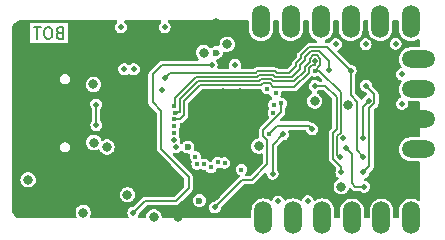
<source format=gbl>
G04 #@! TF.GenerationSoftware,KiCad,Pcbnew,8.0.1*
G04 #@! TF.CreationDate,2024-12-03T00:50:36+05:30*
G04 #@! TF.ProjectId,V1,56312e6b-6963-4616-945f-706362585858,r0.1*
G04 #@! TF.SameCoordinates,Original*
G04 #@! TF.FileFunction,Copper,L4,Bot*
G04 #@! TF.FilePolarity,Positive*
%FSLAX46Y46*%
G04 Gerber Fmt 4.6, Leading zero omitted, Abs format (unit mm)*
G04 Created by KiCad (PCBNEW 8.0.1) date 2024-12-03 00:50:36*
%MOMM*%
%LPD*%
G01*
G04 APERTURE LIST*
G04 #@! TA.AperFunction,Conductor*
%ADD10C,0.200000*%
G04 #@! TD*
%ADD11C,0.200000*%
G04 #@! TA.AperFunction,NonConductor*
%ADD12C,0.200000*%
G04 #@! TD*
G04 #@! TA.AperFunction,ComponentPad*
%ADD13C,1.500000*%
G04 #@! TD*
G04 #@! TA.AperFunction,SMDPad,CuDef*
%ADD14R,1.270000X1.524000*%
G04 #@! TD*
G04 #@! TA.AperFunction,SMDPad,CuDef*
%ADD15R,1.524000X1.270000*%
G04 #@! TD*
G04 #@! TA.AperFunction,ComponentPad*
%ADD16O,1.900000X1.000000*%
G04 #@! TD*
G04 #@! TA.AperFunction,ComponentPad*
%ADD17O,1.600000X1.000000*%
G04 #@! TD*
G04 #@! TA.AperFunction,HeatsinkPad*
%ADD18C,0.500000*%
G04 #@! TD*
G04 #@! TA.AperFunction,HeatsinkPad*
%ADD19R,0.500000X1.600000*%
G04 #@! TD*
G04 #@! TA.AperFunction,ViaPad*
%ADD20C,0.800000*%
G04 #@! TD*
G04 #@! TA.AperFunction,ViaPad*
%ADD21C,0.450000*%
G04 #@! TD*
G04 #@! TA.AperFunction,ViaPad*
%ADD22C,0.600000*%
G04 #@! TD*
G04 #@! TA.AperFunction,ViaPad*
%ADD23C,0.500000*%
G04 #@! TD*
G04 APERTURE END LIST*
D10*
X114700000Y-99400000D02*
X114352284Y-99438359D01*
X114725757Y-98305064D02*
X114700000Y-99400000D01*
D11*
D12*
X104533333Y-92683409D02*
X104390476Y-92731028D01*
X104390476Y-92731028D02*
X104342857Y-92778647D01*
X104342857Y-92778647D02*
X104295238Y-92873885D01*
X104295238Y-92873885D02*
X104295238Y-93016742D01*
X104295238Y-93016742D02*
X104342857Y-93111980D01*
X104342857Y-93111980D02*
X104390476Y-93159600D01*
X104390476Y-93159600D02*
X104485714Y-93207219D01*
X104485714Y-93207219D02*
X104866666Y-93207219D01*
X104866666Y-93207219D02*
X104866666Y-92207219D01*
X104866666Y-92207219D02*
X104533333Y-92207219D01*
X104533333Y-92207219D02*
X104438095Y-92254838D01*
X104438095Y-92254838D02*
X104390476Y-92302457D01*
X104390476Y-92302457D02*
X104342857Y-92397695D01*
X104342857Y-92397695D02*
X104342857Y-92492933D01*
X104342857Y-92492933D02*
X104390476Y-92588171D01*
X104390476Y-92588171D02*
X104438095Y-92635790D01*
X104438095Y-92635790D02*
X104533333Y-92683409D01*
X104533333Y-92683409D02*
X104866666Y-92683409D01*
X103676190Y-92207219D02*
X103485714Y-92207219D01*
X103485714Y-92207219D02*
X103390476Y-92254838D01*
X103390476Y-92254838D02*
X103295238Y-92350076D01*
X103295238Y-92350076D02*
X103247619Y-92540552D01*
X103247619Y-92540552D02*
X103247619Y-92873885D01*
X103247619Y-92873885D02*
X103295238Y-93064361D01*
X103295238Y-93064361D02*
X103390476Y-93159600D01*
X103390476Y-93159600D02*
X103485714Y-93207219D01*
X103485714Y-93207219D02*
X103676190Y-93207219D01*
X103676190Y-93207219D02*
X103771428Y-93159600D01*
X103771428Y-93159600D02*
X103866666Y-93064361D01*
X103866666Y-93064361D02*
X103914285Y-92873885D01*
X103914285Y-92873885D02*
X103914285Y-92540552D01*
X103914285Y-92540552D02*
X103866666Y-92350076D01*
X103866666Y-92350076D02*
X103771428Y-92254838D01*
X103771428Y-92254838D02*
X103676190Y-92207219D01*
X102961904Y-92207219D02*
X102390476Y-92207219D01*
X102676190Y-93207219D02*
X102676190Y-92207219D01*
D13*
X134290000Y-100000000D03*
D14*
X134925000Y-100000000D03*
D13*
X135560000Y-100000000D03*
X134290000Y-102540000D03*
D14*
X134925000Y-102540000D03*
D13*
X135560000Y-102540000D03*
X129300000Y-107721500D03*
D15*
X129300000Y-108356500D03*
D13*
X129300000Y-108991500D03*
X129200000Y-92380000D03*
D15*
X129200000Y-91745000D03*
D13*
X129200000Y-91110000D03*
X124130000Y-92380000D03*
D15*
X124130000Y-91745000D03*
D13*
X124130000Y-91110000D03*
X121600000Y-92400000D03*
D15*
X121600000Y-91765000D03*
D13*
X121600000Y-91130000D03*
X126800000Y-107700000D03*
D15*
X126800000Y-108335000D03*
D13*
X126800000Y-108970000D03*
X134300000Y-92400000D03*
D15*
X134300000Y-91765000D03*
D13*
X134300000Y-91130000D03*
X131700000Y-92400000D03*
D15*
X131700000Y-91765000D03*
D13*
X131700000Y-91130000D03*
X134300000Y-107721500D03*
D15*
X134300000Y-108356500D03*
D13*
X134300000Y-108991500D03*
X131800000Y-107721500D03*
D15*
X131800000Y-108356500D03*
D13*
X131800000Y-108991500D03*
X134290000Y-97460000D03*
D14*
X134925000Y-97460000D03*
D13*
X135560000Y-97460000D03*
X134290000Y-94920000D03*
D14*
X134925000Y-94920000D03*
D13*
X135560000Y-94920000D03*
X124300000Y-107700000D03*
D15*
X124300000Y-108335000D03*
D13*
X124300000Y-108970000D03*
X121800000Y-107700000D03*
D15*
X121800000Y-108335000D03*
D13*
X121800000Y-108970000D03*
X126670000Y-92380000D03*
D15*
X126670000Y-91745000D03*
D13*
X126670000Y-91110000D03*
D16*
X105530000Y-95180000D03*
D17*
X101350000Y-95180000D03*
D16*
X105530000Y-103820000D03*
D17*
X101350000Y-103820000D03*
D18*
X103325900Y-106976200D03*
D19*
X103325900Y-106426200D03*
D18*
X103325900Y-105876200D03*
D20*
X106553200Y-107899400D03*
D21*
X119933597Y-104259968D03*
D22*
X116383000Y-106883400D03*
D20*
X116738600Y-94361200D03*
X108559800Y-102362200D03*
D21*
X118516600Y-103708400D03*
D20*
X112522200Y-108280400D03*
X118745200Y-93650000D03*
D22*
X115404775Y-102349175D03*
D20*
X128397200Y-105715000D03*
X129006800Y-98831600D03*
X121412200Y-102286000D03*
D22*
X117805400Y-94361200D03*
D20*
X126136600Y-98450600D03*
X110287000Y-106400800D03*
X112166600Y-105359400D03*
X116941800Y-99300000D03*
X111226800Y-105334000D03*
X110972800Y-101041400D03*
X118400000Y-99300000D03*
X117780000Y-91872000D03*
X114554200Y-108305800D03*
X111000000Y-100000000D03*
X127228800Y-98933200D03*
X130454600Y-94615200D03*
X102387600Y-107975600D03*
X119786600Y-99263400D03*
X118400000Y-97815600D03*
X123672800Y-105697800D03*
X109779000Y-107899400D03*
X107086600Y-95478800D03*
X104216400Y-107975600D03*
X116967200Y-97841000D03*
X120066000Y-106858000D03*
X103327400Y-107975600D03*
X119786600Y-97815600D03*
X116941800Y-100736600D03*
X132232600Y-101092200D03*
X122834600Y-95199400D03*
X119761200Y-100762000D03*
X109931400Y-100025400D03*
D23*
X117880000Y-106620000D03*
D20*
X111023600Y-98958600D03*
X111988800Y-100025400D03*
X113081000Y-105384800D03*
X118389600Y-100762000D03*
D23*
X107652412Y-100500000D03*
X107645400Y-98755400D03*
D20*
X107416800Y-97053600D03*
X107442200Y-101981200D03*
X101879600Y-105130800D03*
D23*
X128397200Y-104495800D03*
X126136600Y-97180600D03*
X113182600Y-97536200D03*
X130276800Y-103200400D03*
X113436600Y-96494800D03*
X129184600Y-95885200D03*
X128829000Y-102438400D03*
X119405600Y-95402600D03*
X130327600Y-105715000D03*
X133528000Y-98704600D03*
X117703800Y-107467600D03*
D21*
X123317200Y-98653802D03*
D23*
X109728200Y-92202200D03*
X128575000Y-101625600D03*
X123469600Y-101270000D03*
X122580600Y-104622800D03*
D21*
X116814800Y-103810000D03*
D23*
X110007600Y-95758200D03*
D21*
X117373600Y-104085598D03*
D23*
X110845800Y-95758200D03*
X126162000Y-95047000D03*
D21*
X114224302Y-99976411D03*
D23*
X130480000Y-97155200D03*
D21*
X114249400Y-100533400D03*
D23*
X130276800Y-104495800D03*
X110795000Y-107924800D03*
X117424400Y-95402600D03*
X113436600Y-92202200D03*
D21*
X122631400Y-99441200D03*
D23*
X133502600Y-96190000D03*
D21*
X122148800Y-97409200D03*
D23*
X127940000Y-93650000D03*
D21*
X122670072Y-98772765D03*
D23*
X132994600Y-93624600D03*
D21*
X122834600Y-97773600D03*
D23*
X130454600Y-93650000D03*
D21*
X122275800Y-101219200D03*
D23*
X125933400Y-100838200D03*
D21*
X114351000Y-99441200D03*
X126136600Y-95910600D03*
D23*
X128270200Y-103200400D03*
X127330400Y-95809000D03*
X130200600Y-101625600D03*
X130708600Y-98425200D03*
D21*
X114198600Y-98907800D03*
X117932400Y-103657631D03*
X116179800Y-103784600D03*
D23*
X125552400Y-106934200D03*
D21*
X116052800Y-103175000D03*
D23*
X123063200Y-106959600D03*
X114401799Y-102362200D03*
X114249400Y-101778000D03*
D21*
X114200000Y-101143000D03*
D10*
X126141626Y-95410600D02*
X126162000Y-95390226D01*
X125929493Y-95410600D02*
X126141626Y-95410600D01*
X125636600Y-95703493D02*
X125929493Y-95410600D01*
X125636600Y-96055000D02*
X125636600Y-95703493D01*
X124434800Y-97256800D02*
X125636600Y-96055000D01*
X122632797Y-97256800D02*
X124434800Y-97256800D01*
X122335197Y-96959200D02*
X122632797Y-97256800D01*
X121735200Y-96959200D02*
X122335197Y-96959200D01*
X121564600Y-97129800D02*
X121735200Y-96959200D01*
X126162000Y-95390226D02*
X126162000Y-95047000D01*
X116408400Y-97129800D02*
X121564600Y-97129800D01*
X115080400Y-99678397D02*
X115080400Y-98457800D01*
X115080400Y-98457800D02*
X116408400Y-97129800D01*
X114224302Y-99976411D02*
X114782386Y-99976411D01*
X114782386Y-99976411D02*
X115080400Y-99678397D01*
X117805400Y-94361200D02*
X118034000Y-94361200D01*
X121349025Y-102349175D02*
X121412200Y-102286000D01*
X107645400Y-100492988D02*
X107652412Y-100500000D01*
X107645400Y-98755400D02*
X107645400Y-100492988D01*
X107442200Y-101981200D02*
X107137400Y-101981200D01*
X107416800Y-97079000D02*
X107416800Y-97053600D01*
X127725000Y-103362307D02*
X128397200Y-104034507D01*
X128397200Y-104034507D02*
X128397200Y-104495800D01*
X126136600Y-97180600D02*
X127025600Y-97180600D01*
X127996400Y-98151400D02*
X127996400Y-100863600D01*
X127996400Y-100863600D02*
X127725000Y-101135000D01*
X127725000Y-101135000D02*
X127725000Y-103362307D01*
X127025600Y-97180600D02*
X127996400Y-98151400D01*
X125012000Y-94570654D02*
X125685654Y-93897000D01*
X124586600Y-95479400D02*
X124586600Y-95268571D01*
X129184600Y-97942600D02*
X129743400Y-98501400D01*
X122923922Y-96063000D02*
X124003000Y-96063000D01*
X125685654Y-93897000D02*
X127196400Y-93897000D01*
X125012000Y-94843171D02*
X125012000Y-94570654D01*
X127196400Y-93897000D02*
X129184600Y-95885200D01*
X124003000Y-96063000D02*
X124586600Y-95479400D01*
X121146475Y-96063000D02*
X121300275Y-95909200D01*
X129700600Y-101414400D02*
X129700600Y-102624200D01*
X121300275Y-95909200D02*
X122770122Y-95909200D01*
X129700600Y-102624200D02*
X130276800Y-103200400D01*
X122770122Y-95909200D02*
X122923922Y-96063000D01*
X129743400Y-98501400D02*
X129743400Y-101371600D01*
X113436600Y-96494800D02*
X113868400Y-96063000D01*
X129184600Y-95885200D02*
X129184600Y-97942600D01*
X113868400Y-96063000D02*
X121146475Y-96063000D01*
X124586600Y-95268571D02*
X125012000Y-94843171D01*
X129743400Y-101371600D02*
X129700600Y-101414400D01*
X129311600Y-102921000D02*
X129311600Y-105435600D01*
X128829000Y-102438400D02*
X129311600Y-102921000D01*
X129311600Y-105435600D02*
X129591000Y-105715000D01*
X129591000Y-105715000D02*
X130327600Y-105715000D01*
X120802600Y-105156200D02*
X122148800Y-103810000D01*
X117703800Y-107467600D02*
X120015200Y-105156200D01*
X122817797Y-99891200D02*
X123317200Y-99391797D01*
X123317200Y-99391797D02*
X123317200Y-98653802D01*
X121767800Y-101397000D02*
X121767800Y-100939800D01*
X122148800Y-101778000D02*
X121767800Y-101397000D01*
X122816400Y-99891200D02*
X122817797Y-99891200D01*
X122148800Y-103810000D02*
X122148800Y-101778000D01*
X121767800Y-100939800D02*
X122816400Y-99891200D01*
X120015200Y-105156200D02*
X120802600Y-105156200D01*
X123469600Y-101270000D02*
X122580600Y-102159000D01*
X122580600Y-102159000D02*
X122580600Y-104622800D01*
X131208600Y-98632307D02*
X130784800Y-99056107D01*
X130784800Y-103987800D02*
X130276800Y-104495800D01*
X131208600Y-97883800D02*
X131208600Y-98632307D01*
X130784800Y-99056107D02*
X130784800Y-103987800D01*
X130480000Y-97155200D02*
X131208600Y-97883800D01*
X113131800Y-102514600D02*
X113131800Y-99288800D01*
X110795000Y-107924800D02*
X111785600Y-106934200D01*
X115468600Y-104851400D02*
X113131800Y-102514600D01*
X114376400Y-106934200D02*
X115468600Y-105842000D01*
X112420600Y-98577600D02*
X112420600Y-96190000D01*
X113131800Y-99288800D02*
X112420600Y-98577600D01*
X112420600Y-96190000D02*
X113208000Y-95402600D01*
X115468600Y-105842000D02*
X115468600Y-104851400D01*
X113208000Y-95402600D02*
X117424400Y-95402600D01*
X111785600Y-106934200D02*
X114376400Y-106934200D01*
X122275800Y-101219200D02*
X122961600Y-100533400D01*
X125628600Y-100533400D02*
X125933400Y-100838200D01*
X122961600Y-100533400D02*
X125628600Y-100533400D01*
X126348397Y-94597000D02*
X126612000Y-94860603D01*
X125286600Y-95897000D02*
X125286600Y-95558519D01*
X126612000Y-94860603D02*
X126612000Y-95435200D01*
X116263425Y-96779800D02*
X121419625Y-96779800D01*
X125712000Y-94860603D02*
X125975603Y-94597000D01*
X122480172Y-96609200D02*
X122650772Y-96779800D01*
X121590225Y-96609200D02*
X122480172Y-96609200D01*
X121419625Y-96779800D02*
X121590225Y-96609200D01*
X115475113Y-97568112D02*
X116263425Y-96779800D01*
X124403800Y-96779800D02*
X125286600Y-95897000D01*
X125712000Y-95133119D02*
X125712000Y-94860603D01*
X114730400Y-98312826D02*
X115475113Y-97568112D01*
X128346400Y-101147093D02*
X128075000Y-101418493D01*
X126612000Y-95435200D02*
X126136600Y-95910600D01*
X126136600Y-95910600D02*
X126543000Y-95910600D01*
X122650772Y-96779800D02*
X124403800Y-96779800D01*
X128075000Y-103005200D02*
X128270200Y-103200400D01*
X128075000Y-101418493D02*
X128075000Y-103005200D01*
X125286600Y-95558519D02*
X125712000Y-95133119D01*
X128346400Y-97714000D02*
X128346400Y-101147093D01*
X125975603Y-94597000D02*
X126348397Y-94597000D01*
X126543000Y-95910600D02*
X128346400Y-97714000D01*
X125362000Y-94988145D02*
X125362000Y-94715628D01*
X121274650Y-96429800D02*
X121445250Y-96259200D01*
X114351000Y-98755400D02*
X114351000Y-98197250D01*
X124936600Y-95739000D02*
X124936600Y-95413545D01*
X114351000Y-98197250D02*
X116118450Y-96429800D01*
X121445250Y-96259200D02*
X122625147Y-96259200D01*
X130200600Y-101625600D02*
X130200600Y-98933200D01*
X124245800Y-96429800D02*
X124936600Y-95739000D01*
X125362000Y-94715628D02*
X125830628Y-94247000D01*
X127330400Y-95809000D02*
X127305000Y-95809000D01*
X126493372Y-94247000D02*
X127330400Y-95084028D01*
X116118450Y-96429800D02*
X121274650Y-96429800D01*
X130200600Y-98933200D02*
X130708600Y-98425200D01*
X122625147Y-96259200D02*
X122795747Y-96429800D01*
X127330400Y-95084028D02*
X127330400Y-95809000D01*
X125830628Y-94247000D02*
X126493372Y-94247000D01*
X114198600Y-98907800D02*
X114351000Y-98755400D01*
X124936600Y-95413545D02*
X125362000Y-94988145D01*
X122795747Y-96429800D02*
X124245800Y-96429800D01*
G04 #@! TA.AperFunction,Conductor*
G36*
X109385036Y-91620185D02*
G01*
X109430791Y-91672989D01*
X109440735Y-91742147D01*
X109411710Y-91805703D01*
X109399204Y-91818209D01*
X109397076Y-91820052D01*
X109302823Y-91928826D01*
X109302822Y-91928828D01*
X109243034Y-92059743D01*
X109222553Y-92202200D01*
X109243034Y-92344656D01*
X109279578Y-92424674D01*
X109302823Y-92475573D01*
X109397072Y-92584343D01*
X109518147Y-92662153D01*
X109518150Y-92662154D01*
X109518149Y-92662154D01*
X109656236Y-92702699D01*
X109656238Y-92702700D01*
X109656239Y-92702700D01*
X109800162Y-92702700D01*
X109800162Y-92702699D01*
X109938253Y-92662153D01*
X110059328Y-92584343D01*
X110153577Y-92475573D01*
X110213365Y-92344657D01*
X110233847Y-92202200D01*
X110213365Y-92059743D01*
X110153577Y-91928827D01*
X110059328Y-91820057D01*
X110059326Y-91820056D01*
X110059323Y-91820052D01*
X110057196Y-91818209D01*
X110055674Y-91815841D01*
X110053520Y-91813355D01*
X110053877Y-91813045D01*
X110019424Y-91759429D01*
X110019428Y-91689559D01*
X110057205Y-91630783D01*
X110120762Y-91601761D01*
X110138403Y-91600500D01*
X113026397Y-91600500D01*
X113093436Y-91620185D01*
X113139191Y-91672989D01*
X113149135Y-91742147D01*
X113120110Y-91805703D01*
X113107604Y-91818209D01*
X113105476Y-91820052D01*
X113011223Y-91928826D01*
X113011222Y-91928828D01*
X112951434Y-92059743D01*
X112930953Y-92202200D01*
X112951434Y-92344656D01*
X112987978Y-92424674D01*
X113011223Y-92475573D01*
X113105472Y-92584343D01*
X113226547Y-92662153D01*
X113226550Y-92662154D01*
X113226549Y-92662154D01*
X113364636Y-92702699D01*
X113364638Y-92702700D01*
X113364639Y-92702700D01*
X113508562Y-92702700D01*
X113508562Y-92702699D01*
X113646653Y-92662153D01*
X113767728Y-92584343D01*
X113861977Y-92475573D01*
X113921765Y-92344657D01*
X113942247Y-92202200D01*
X113921765Y-92059743D01*
X113861977Y-91928827D01*
X113767728Y-91820057D01*
X113767726Y-91820056D01*
X113767723Y-91820052D01*
X113765596Y-91818209D01*
X113764074Y-91815841D01*
X113761920Y-91813355D01*
X113762277Y-91813045D01*
X113727824Y-91759429D01*
X113727828Y-91689559D01*
X113765605Y-91630783D01*
X113829162Y-91601761D01*
X113846803Y-91600500D01*
X120463500Y-91600500D01*
X120530539Y-91620185D01*
X120576294Y-91672989D01*
X120587500Y-91724500D01*
X120587500Y-92424674D01*
X120600437Y-92489714D01*
X120604416Y-92509714D01*
X120603467Y-92509902D01*
X120606789Y-92523169D01*
X120613975Y-92596128D01*
X120613975Y-92596130D01*
X120613976Y-92596132D01*
X120634004Y-92662154D01*
X120671188Y-92784733D01*
X120764086Y-92958532D01*
X120764090Y-92958539D01*
X120889116Y-93110883D01*
X121041460Y-93235909D01*
X121041467Y-93235913D01*
X121215266Y-93328811D01*
X121215269Y-93328811D01*
X121215273Y-93328814D01*
X121403868Y-93386024D01*
X121600000Y-93405341D01*
X121796132Y-93386024D01*
X121984727Y-93328814D01*
X122013786Y-93313282D01*
X122158532Y-93235913D01*
X122158538Y-93235910D01*
X122310883Y-93110883D01*
X122435910Y-92958538D01*
X122528814Y-92784727D01*
X122586024Y-92596132D01*
X122593209Y-92523173D01*
X122596536Y-92509909D01*
X122595583Y-92509720D01*
X122612500Y-92424676D01*
X122612500Y-91724500D01*
X122632185Y-91657461D01*
X122684989Y-91611706D01*
X122736500Y-91600500D01*
X122993500Y-91600500D01*
X123060539Y-91620185D01*
X123106294Y-91672989D01*
X123117500Y-91724500D01*
X123117500Y-92404676D01*
X123134416Y-92489714D01*
X123133467Y-92489902D01*
X123136789Y-92503169D01*
X123143975Y-92576128D01*
X123143975Y-92576130D01*
X123143976Y-92576132D01*
X123170071Y-92662154D01*
X123201188Y-92764733D01*
X123294086Y-92938532D01*
X123294090Y-92938539D01*
X123419116Y-93090883D01*
X123571460Y-93215909D01*
X123571467Y-93215913D01*
X123745266Y-93308811D01*
X123745269Y-93308811D01*
X123745273Y-93308814D01*
X123933868Y-93366024D01*
X124130000Y-93385341D01*
X124326132Y-93366024D01*
X124514727Y-93308814D01*
X124688538Y-93215910D01*
X124840883Y-93090883D01*
X124965910Y-92938538D01*
X125058814Y-92764727D01*
X125116024Y-92576132D01*
X125123209Y-92503173D01*
X125126536Y-92489909D01*
X125125583Y-92489720D01*
X125142500Y-92404676D01*
X125142500Y-91724500D01*
X125162185Y-91657461D01*
X125214989Y-91611706D01*
X125266500Y-91600500D01*
X125533500Y-91600500D01*
X125600539Y-91620185D01*
X125646294Y-91672989D01*
X125657500Y-91724500D01*
X125657500Y-92404676D01*
X125674416Y-92489714D01*
X125673467Y-92489902D01*
X125676789Y-92503169D01*
X125683975Y-92576128D01*
X125683975Y-92576130D01*
X125683976Y-92576132D01*
X125710071Y-92662154D01*
X125741188Y-92764733D01*
X125834086Y-92938532D01*
X125834090Y-92938539D01*
X125959116Y-93090883D01*
X126111460Y-93215909D01*
X126111467Y-93215913D01*
X126290645Y-93311686D01*
X126289791Y-93313282D01*
X126337564Y-93351781D01*
X126359628Y-93418075D01*
X126342348Y-93485775D01*
X126291210Y-93533384D01*
X126235707Y-93546500D01*
X125639510Y-93546500D01*
X125550366Y-93570386D01*
X125550363Y-93570387D01*
X125470445Y-93616527D01*
X125470440Y-93616531D01*
X124731531Y-94355440D01*
X124731525Y-94355448D01*
X124685505Y-94435159D01*
X124685396Y-94435349D01*
X124685386Y-94435365D01*
X124661500Y-94524510D01*
X124661500Y-94646627D01*
X124641815Y-94713666D01*
X124625181Y-94734308D01*
X124306132Y-95053356D01*
X124306128Y-95053362D01*
X124269888Y-95116132D01*
X124259987Y-95133280D01*
X124259986Y-95133283D01*
X124236100Y-95222427D01*
X124236100Y-95282856D01*
X124216415Y-95349895D01*
X124199781Y-95370537D01*
X123894137Y-95676181D01*
X123832814Y-95709666D01*
X123806456Y-95712500D01*
X123120466Y-95712500D01*
X123053427Y-95692815D01*
X123032785Y-95676181D01*
X122985335Y-95628731D01*
X122985330Y-95628727D01*
X122905412Y-95582587D01*
X122905411Y-95582586D01*
X122905410Y-95582586D01*
X122816266Y-95558700D01*
X121254131Y-95558700D01*
X121164987Y-95582586D01*
X121164984Y-95582587D01*
X121085066Y-95628727D01*
X121085061Y-95628731D01*
X121037612Y-95676181D01*
X120976289Y-95709666D01*
X120949931Y-95712500D01*
X120007244Y-95712500D01*
X119940205Y-95692815D01*
X119894450Y-95640011D01*
X119884506Y-95570853D01*
X119888267Y-95553565D01*
X119890762Y-95545063D01*
X119890765Y-95545057D01*
X119911247Y-95402600D01*
X119890765Y-95260143D01*
X119830977Y-95129227D01*
X119736728Y-95020457D01*
X119615653Y-94942647D01*
X119615651Y-94942646D01*
X119615649Y-94942645D01*
X119615650Y-94942645D01*
X119477563Y-94902100D01*
X119477561Y-94902100D01*
X119333639Y-94902100D01*
X119333636Y-94902100D01*
X119195549Y-94942645D01*
X119074473Y-95020456D01*
X118980223Y-95129226D01*
X118980222Y-95129228D01*
X118920434Y-95260143D01*
X118899953Y-95402600D01*
X118920435Y-95545057D01*
X118922933Y-95553565D01*
X118922933Y-95623434D01*
X118885159Y-95682213D01*
X118821603Y-95711238D01*
X118803956Y-95712500D01*
X118026044Y-95712500D01*
X117959005Y-95692815D01*
X117913250Y-95640011D01*
X117903306Y-95570853D01*
X117907067Y-95553565D01*
X117909562Y-95545063D01*
X117909565Y-95545057D01*
X117930047Y-95402600D01*
X117909565Y-95260143D01*
X117849777Y-95129227D01*
X117830577Y-95107068D01*
X117801552Y-95043516D01*
X117811495Y-94974357D01*
X117857249Y-94921552D01*
X117908103Y-94902928D01*
X117949109Y-94897530D01*
X118083025Y-94842061D01*
X118198021Y-94753821D01*
X118286261Y-94638825D01*
X118303100Y-94598168D01*
X118311321Y-94583981D01*
X118310404Y-94583452D01*
X118360613Y-94496490D01*
X118360614Y-94496488D01*
X118384500Y-94407344D01*
X118384500Y-94389338D01*
X118404185Y-94322299D01*
X118456989Y-94276544D01*
X118526147Y-94266600D01*
X118538163Y-94268938D01*
X118666215Y-94300500D01*
X118824185Y-94300500D01*
X118977565Y-94262696D01*
X119047650Y-94225912D01*
X119117440Y-94189283D01*
X119235683Y-94084530D01*
X119325420Y-93954523D01*
X119381437Y-93806818D01*
X119400478Y-93650000D01*
X119381437Y-93493182D01*
X119377250Y-93482143D01*
X119337234Y-93376628D01*
X119325420Y-93345477D01*
X119235683Y-93215470D01*
X119117440Y-93110717D01*
X119117438Y-93110716D01*
X119117437Y-93110715D01*
X118977565Y-93037303D01*
X118824186Y-92999500D01*
X118824185Y-92999500D01*
X118666215Y-92999500D01*
X118666214Y-92999500D01*
X118512834Y-93037303D01*
X118372962Y-93110715D01*
X118254716Y-93215471D01*
X118164981Y-93345475D01*
X118164980Y-93345476D01*
X118108962Y-93493181D01*
X118089922Y-93649999D01*
X118089922Y-93650001D01*
X118094510Y-93687791D01*
X118083049Y-93756714D01*
X118036145Y-93808500D01*
X117968689Y-93826706D01*
X117955229Y-93825675D01*
X117805402Y-93805950D01*
X117805399Y-93805950D01*
X117661691Y-93824870D01*
X117661687Y-93824871D01*
X117527777Y-93880337D01*
X117504794Y-93897973D01*
X117415056Y-93966831D01*
X117349889Y-93992025D01*
X117281444Y-93977987D01*
X117237521Y-93938895D01*
X117229083Y-93926670D01*
X117110840Y-93821917D01*
X117110838Y-93821916D01*
X117110837Y-93821915D01*
X116970965Y-93748503D01*
X116817586Y-93710700D01*
X116817585Y-93710700D01*
X116659615Y-93710700D01*
X116659614Y-93710700D01*
X116506234Y-93748503D01*
X116366362Y-93821915D01*
X116362118Y-93825675D01*
X116250663Y-93924415D01*
X116248116Y-93926671D01*
X116158381Y-94056675D01*
X116158380Y-94056676D01*
X116102362Y-94204381D01*
X116083322Y-94361199D01*
X116083322Y-94361200D01*
X116102362Y-94518018D01*
X116158380Y-94665723D01*
X116158381Y-94665724D01*
X116248116Y-94795729D01*
X116292765Y-94835284D01*
X116329892Y-94894474D01*
X116329124Y-94964339D01*
X116290707Y-95022699D01*
X116226836Y-95051024D01*
X116210538Y-95052100D01*
X113161856Y-95052100D01*
X113073359Y-95075811D01*
X113073360Y-95075812D01*
X113072713Y-95075985D01*
X113072711Y-95075986D01*
X112992791Y-95122127D01*
X112992786Y-95122131D01*
X112140129Y-95974788D01*
X112118323Y-96012558D01*
X112099889Y-96044488D01*
X112093986Y-96054712D01*
X112070100Y-96143856D01*
X112070100Y-98623744D01*
X112084759Y-98678452D01*
X112093985Y-98712886D01*
X112140127Y-98792808D01*
X112140131Y-98792813D01*
X112744981Y-99397663D01*
X112778466Y-99458986D01*
X112781300Y-99485344D01*
X112781300Y-102560744D01*
X112799000Y-102626800D01*
X112800313Y-102631700D01*
X112805186Y-102649889D01*
X112851327Y-102729808D01*
X112851329Y-102729811D01*
X112851330Y-102729812D01*
X113970205Y-103848687D01*
X115081781Y-104960262D01*
X115115266Y-105021585D01*
X115118100Y-105047943D01*
X115118100Y-105645456D01*
X115098415Y-105712495D01*
X115081781Y-105733137D01*
X114267537Y-106547381D01*
X114206214Y-106580866D01*
X114179856Y-106583700D01*
X111739456Y-106583700D01*
X111657070Y-106605775D01*
X111657069Y-106605775D01*
X111650314Y-106607584D01*
X111650313Y-106607585D01*
X111570391Y-106653727D01*
X111570386Y-106653731D01*
X110836137Y-107387981D01*
X110774814Y-107421466D01*
X110748456Y-107424300D01*
X110723036Y-107424300D01*
X110584949Y-107464845D01*
X110463873Y-107542656D01*
X110369623Y-107651426D01*
X110369622Y-107651428D01*
X110309834Y-107782343D01*
X110289353Y-107924800D01*
X110309834Y-108067256D01*
X110369622Y-108198171D01*
X110374418Y-108205634D01*
X110372116Y-108207113D01*
X110395288Y-108257843D01*
X110385350Y-108327003D01*
X110339600Y-108379810D01*
X110272562Y-108399500D01*
X107234685Y-108399500D01*
X107167646Y-108379815D01*
X107121891Y-108327011D01*
X107111947Y-108257853D01*
X107130384Y-108210804D01*
X107129933Y-108210567D01*
X107132083Y-108206468D01*
X107132637Y-108205057D01*
X107133420Y-108203923D01*
X107189437Y-108056218D01*
X107208478Y-107899400D01*
X107201979Y-107845871D01*
X107189437Y-107742581D01*
X107163928Y-107675321D01*
X107133420Y-107594877D01*
X107043683Y-107464870D01*
X106925440Y-107360117D01*
X106925438Y-107360116D01*
X106925437Y-107360115D01*
X106785565Y-107286703D01*
X106632186Y-107248900D01*
X106632185Y-107248900D01*
X106474215Y-107248900D01*
X106474214Y-107248900D01*
X106320834Y-107286703D01*
X106180962Y-107360115D01*
X106108512Y-107424300D01*
X106068103Y-107460099D01*
X106062716Y-107464871D01*
X105972981Y-107594875D01*
X105972980Y-107594876D01*
X105916962Y-107742581D01*
X105897922Y-107899399D01*
X105897922Y-107899400D01*
X105916962Y-108056218D01*
X105972980Y-108203923D01*
X105973763Y-108205057D01*
X105974080Y-108206019D01*
X105976467Y-108210567D01*
X105975711Y-108210963D01*
X105995648Y-108271411D01*
X105978184Y-108339063D01*
X105926918Y-108386535D01*
X105871715Y-108399500D01*
X101306092Y-108399500D01*
X101293938Y-108398903D01*
X101285267Y-108398049D01*
X101260549Y-108395614D01*
X101156180Y-108385335D01*
X101132340Y-108380593D01*
X101005728Y-108342186D01*
X100983271Y-108332883D01*
X100866593Y-108270517D01*
X100846381Y-108257012D01*
X100744108Y-108173079D01*
X100726920Y-108155891D01*
X100654180Y-108067257D01*
X100642986Y-108053616D01*
X100629482Y-108033406D01*
X100598732Y-107975877D01*
X100567114Y-107916725D01*
X100557815Y-107894277D01*
X100519404Y-107767652D01*
X100514665Y-107743824D01*
X100501661Y-107611784D01*
X100501097Y-107606060D01*
X100500500Y-107593907D01*
X100500500Y-106400800D01*
X109631722Y-106400800D01*
X109650762Y-106557618D01*
X109689905Y-106660827D01*
X109706780Y-106705323D01*
X109796517Y-106835330D01*
X109914760Y-106940083D01*
X109914762Y-106940084D01*
X110054634Y-107013496D01*
X110208014Y-107051300D01*
X110208015Y-107051300D01*
X110365985Y-107051300D01*
X110519365Y-107013496D01*
X110530513Y-107007645D01*
X110659240Y-106940083D01*
X110777483Y-106835330D01*
X110867220Y-106705323D01*
X110923237Y-106557618D01*
X110942278Y-106400800D01*
X110923237Y-106243982D01*
X110867220Y-106096277D01*
X110777483Y-105966270D01*
X110659240Y-105861517D01*
X110659238Y-105861516D01*
X110659237Y-105861515D01*
X110519365Y-105788103D01*
X110365986Y-105750300D01*
X110365985Y-105750300D01*
X110208015Y-105750300D01*
X110208014Y-105750300D01*
X110054634Y-105788103D01*
X109914762Y-105861515D01*
X109914760Y-105861517D01*
X109814543Y-105950301D01*
X109796516Y-105966271D01*
X109706781Y-106096275D01*
X109706780Y-106096276D01*
X109650762Y-106243981D01*
X109631722Y-106400799D01*
X109631722Y-106400800D01*
X100500500Y-106400800D01*
X100500500Y-105130800D01*
X101224322Y-105130800D01*
X101243362Y-105287618D01*
X101272041Y-105363237D01*
X101299380Y-105435323D01*
X101389117Y-105565330D01*
X101507360Y-105670083D01*
X101507362Y-105670084D01*
X101647234Y-105743496D01*
X101800614Y-105781300D01*
X101800615Y-105781300D01*
X101958585Y-105781300D01*
X102111965Y-105743496D01*
X102131702Y-105733137D01*
X102251840Y-105670083D01*
X102370083Y-105565330D01*
X102459820Y-105435323D01*
X102515837Y-105287618D01*
X102534878Y-105130800D01*
X102524818Y-105047943D01*
X102515837Y-104973981D01*
X102481385Y-104883139D01*
X102459820Y-104826277D01*
X102370083Y-104696270D01*
X102251840Y-104591517D01*
X102251838Y-104591516D01*
X102251837Y-104591515D01*
X102111965Y-104518103D01*
X101958586Y-104480300D01*
X101958585Y-104480300D01*
X101800615Y-104480300D01*
X101800614Y-104480300D01*
X101647234Y-104518103D01*
X101507362Y-104591515D01*
X101389116Y-104696271D01*
X101299381Y-104826275D01*
X101299380Y-104826276D01*
X101243362Y-104973981D01*
X101224322Y-105130799D01*
X101224322Y-105130800D01*
X100500500Y-105130800D01*
X100500500Y-102446018D01*
X104574500Y-102446018D01*
X104603497Y-102554237D01*
X104659515Y-102651263D01*
X104738737Y-102730485D01*
X104835763Y-102786503D01*
X104943982Y-102815500D01*
X104943984Y-102815500D01*
X105056016Y-102815500D01*
X105056018Y-102815500D01*
X105164237Y-102786503D01*
X105261263Y-102730485D01*
X105340485Y-102651263D01*
X105396503Y-102554237D01*
X105425500Y-102446018D01*
X105425500Y-102333982D01*
X105396503Y-102225763D01*
X105340485Y-102128737D01*
X105261263Y-102049515D01*
X105222870Y-102027349D01*
X106786900Y-102027349D01*
X106794918Y-102057271D01*
X106798239Y-102074414D01*
X106805962Y-102138017D01*
X106805963Y-102138021D01*
X106861980Y-102285723D01*
X106951717Y-102415730D01*
X107069960Y-102520483D01*
X107069962Y-102520484D01*
X107209834Y-102593896D01*
X107363214Y-102631700D01*
X107363215Y-102631700D01*
X107521185Y-102631700D01*
X107674565Y-102593896D01*
X107781976Y-102537522D01*
X107850484Y-102523796D01*
X107915537Y-102549288D01*
X107955543Y-102603346D01*
X107975729Y-102656569D01*
X107979580Y-102666723D01*
X108069317Y-102796730D01*
X108187560Y-102901483D01*
X108187562Y-102901484D01*
X108327434Y-102974896D01*
X108480814Y-103012700D01*
X108480815Y-103012700D01*
X108638785Y-103012700D01*
X108792165Y-102974896D01*
X108829675Y-102955209D01*
X108932040Y-102901483D01*
X109050283Y-102796730D01*
X109140020Y-102666723D01*
X109196037Y-102519018D01*
X109215078Y-102362200D01*
X109213497Y-102349175D01*
X109196037Y-102205381D01*
X109167138Y-102129181D01*
X109140020Y-102057677D01*
X109050283Y-101927670D01*
X108932040Y-101822917D01*
X108932038Y-101822916D01*
X108932037Y-101822915D01*
X108792165Y-101749503D01*
X108638786Y-101711700D01*
X108638785Y-101711700D01*
X108480815Y-101711700D01*
X108480814Y-101711700D01*
X108327434Y-101749503D01*
X108220023Y-101805878D01*
X108151515Y-101819604D01*
X108086461Y-101794111D01*
X108046455Y-101740053D01*
X108022420Y-101676677D01*
X107932683Y-101546670D01*
X107814440Y-101441917D01*
X107814438Y-101441916D01*
X107814437Y-101441915D01*
X107674565Y-101368503D01*
X107521186Y-101330700D01*
X107521185Y-101330700D01*
X107363215Y-101330700D01*
X107363214Y-101330700D01*
X107209834Y-101368503D01*
X107069962Y-101441915D01*
X107038354Y-101469917D01*
X106954263Y-101544415D01*
X106951716Y-101546671D01*
X106861981Y-101676675D01*
X106861980Y-101676676D01*
X106805962Y-101824381D01*
X106798240Y-101887978D01*
X106794920Y-101905119D01*
X106786900Y-101935051D01*
X106786900Y-102027349D01*
X105222870Y-102027349D01*
X105164237Y-101993497D01*
X105056018Y-101964500D01*
X104943982Y-101964500D01*
X104835763Y-101993497D01*
X104835760Y-101993498D01*
X104738740Y-102049513D01*
X104738734Y-102049517D01*
X104659517Y-102128734D01*
X104659513Y-102128740D01*
X104603498Y-102225760D01*
X104603497Y-102225763D01*
X104574500Y-102333982D01*
X104574500Y-102446018D01*
X100500500Y-102446018D01*
X100500500Y-98755400D01*
X107139753Y-98755400D01*
X107160234Y-98897856D01*
X107167388Y-98913520D01*
X107220023Y-99028773D01*
X107264613Y-99080233D01*
X107293638Y-99143788D01*
X107294900Y-99161435D01*
X107294900Y-100102055D01*
X107275215Y-100169094D01*
X107264614Y-100183256D01*
X107227037Y-100226622D01*
X107227034Y-100226628D01*
X107167246Y-100357543D01*
X107146765Y-100500000D01*
X107167246Y-100642456D01*
X107218524Y-100754737D01*
X107227035Y-100773373D01*
X107321284Y-100882143D01*
X107442359Y-100959953D01*
X107442362Y-100959954D01*
X107442361Y-100959954D01*
X107512871Y-100980657D01*
X107577767Y-100999712D01*
X107580448Y-101000499D01*
X107580450Y-101000500D01*
X107580451Y-101000500D01*
X107724374Y-101000500D01*
X107724374Y-101000499D01*
X107862465Y-100959953D01*
X107983540Y-100882143D01*
X108077789Y-100773373D01*
X108137577Y-100642457D01*
X108158059Y-100500000D01*
X108137577Y-100357543D01*
X108077789Y-100226627D01*
X108026186Y-100167073D01*
X107997162Y-100103519D01*
X107995900Y-100085872D01*
X107995900Y-99161435D01*
X108015585Y-99094396D01*
X108026182Y-99080237D01*
X108070777Y-99028773D01*
X108130565Y-98897857D01*
X108151047Y-98755400D01*
X108130565Y-98612943D01*
X108070777Y-98482027D01*
X107976528Y-98373257D01*
X107855453Y-98295447D01*
X107855451Y-98295446D01*
X107855449Y-98295445D01*
X107855450Y-98295445D01*
X107717363Y-98254900D01*
X107717361Y-98254900D01*
X107573439Y-98254900D01*
X107573436Y-98254900D01*
X107435349Y-98295445D01*
X107314273Y-98373256D01*
X107220023Y-98482026D01*
X107220022Y-98482028D01*
X107160234Y-98612943D01*
X107139753Y-98755400D01*
X100500500Y-98755400D01*
X100500500Y-97053600D01*
X106761522Y-97053600D01*
X106780562Y-97210418D01*
X106813648Y-97297656D01*
X106836580Y-97358123D01*
X106926317Y-97488130D01*
X107044560Y-97592883D01*
X107044562Y-97592884D01*
X107184434Y-97666296D01*
X107337814Y-97704100D01*
X107337815Y-97704100D01*
X107495785Y-97704100D01*
X107649165Y-97666296D01*
X107662592Y-97659249D01*
X107789040Y-97592883D01*
X107907283Y-97488130D01*
X107997020Y-97358123D01*
X108053037Y-97210418D01*
X108072078Y-97053600D01*
X108070354Y-97039397D01*
X108053037Y-96896781D01*
X108010852Y-96785550D01*
X107997020Y-96749077D01*
X107907283Y-96619070D01*
X107789040Y-96514317D01*
X107789038Y-96514316D01*
X107789037Y-96514315D01*
X107649165Y-96440903D01*
X107495786Y-96403100D01*
X107495785Y-96403100D01*
X107337815Y-96403100D01*
X107337814Y-96403100D01*
X107184434Y-96440903D01*
X107044562Y-96514315D01*
X106926316Y-96619071D01*
X106836581Y-96749075D01*
X106836580Y-96749076D01*
X106780562Y-96896781D01*
X106761522Y-97053599D01*
X106761522Y-97053600D01*
X100500500Y-97053600D01*
X100500500Y-96666018D01*
X104574500Y-96666018D01*
X104596756Y-96749077D01*
X104603497Y-96774236D01*
X104603498Y-96774239D01*
X104617479Y-96798454D01*
X104659515Y-96871263D01*
X104738737Y-96950485D01*
X104835763Y-97006503D01*
X104943982Y-97035500D01*
X104943984Y-97035500D01*
X105056016Y-97035500D01*
X105056018Y-97035500D01*
X105164237Y-97006503D01*
X105261263Y-96950485D01*
X105340485Y-96871263D01*
X105396503Y-96774237D01*
X105425500Y-96666018D01*
X105425500Y-96553982D01*
X105396503Y-96445763D01*
X105340485Y-96348737D01*
X105261263Y-96269515D01*
X105172303Y-96218154D01*
X105164239Y-96213498D01*
X105164238Y-96213497D01*
X105164237Y-96213497D01*
X105056018Y-96184500D01*
X104943982Y-96184500D01*
X104835763Y-96213497D01*
X104835760Y-96213498D01*
X104738740Y-96269513D01*
X104738734Y-96269517D01*
X104659517Y-96348734D01*
X104659513Y-96348740D01*
X104603498Y-96445760D01*
X104603497Y-96445763D01*
X104574500Y-96553982D01*
X104574500Y-96666018D01*
X100500500Y-96666018D01*
X100500500Y-95758200D01*
X109501953Y-95758200D01*
X109522434Y-95900656D01*
X109545967Y-95952185D01*
X109582223Y-96031573D01*
X109676472Y-96140343D01*
X109797547Y-96218153D01*
X109797550Y-96218154D01*
X109797549Y-96218154D01*
X109935636Y-96258699D01*
X109935638Y-96258700D01*
X109935639Y-96258700D01*
X110079562Y-96258700D01*
X110079562Y-96258699D01*
X110217653Y-96218153D01*
X110338728Y-96140343D01*
X110338734Y-96140335D01*
X110345428Y-96134537D01*
X110347944Y-96137441D01*
X110391252Y-96109345D01*
X110461121Y-96109043D01*
X110505553Y-96137327D01*
X110507972Y-96134537D01*
X110514668Y-96140338D01*
X110514672Y-96140343D01*
X110635747Y-96218153D01*
X110635750Y-96218154D01*
X110635749Y-96218154D01*
X110773836Y-96258699D01*
X110773838Y-96258700D01*
X110773839Y-96258700D01*
X110917762Y-96258700D01*
X110917762Y-96258699D01*
X111055853Y-96218153D01*
X111176928Y-96140343D01*
X111271177Y-96031573D01*
X111330965Y-95900657D01*
X111351447Y-95758200D01*
X111330965Y-95615743D01*
X111271177Y-95484827D01*
X111176928Y-95376057D01*
X111055853Y-95298247D01*
X111055851Y-95298246D01*
X111055849Y-95298245D01*
X111055850Y-95298245D01*
X110917763Y-95257700D01*
X110917761Y-95257700D01*
X110773839Y-95257700D01*
X110773836Y-95257700D01*
X110635749Y-95298245D01*
X110514672Y-95376057D01*
X110507972Y-95381863D01*
X110505526Y-95379041D01*
X110461389Y-95407278D01*
X110391519Y-95407134D01*
X110347849Y-95379068D01*
X110345428Y-95381863D01*
X110338731Y-95376060D01*
X110338728Y-95376057D01*
X110217653Y-95298247D01*
X110217651Y-95298246D01*
X110217649Y-95298245D01*
X110217650Y-95298245D01*
X110079563Y-95257700D01*
X110079561Y-95257700D01*
X109935639Y-95257700D01*
X109935636Y-95257700D01*
X109797549Y-95298245D01*
X109676473Y-95376056D01*
X109582223Y-95484826D01*
X109582222Y-95484828D01*
X109522434Y-95615743D01*
X109501953Y-95758200D01*
X100500500Y-95758200D01*
X100500500Y-92406092D01*
X100501097Y-92393939D01*
X100505951Y-92344656D01*
X100514665Y-92256173D01*
X100519403Y-92232349D01*
X100557816Y-92105719D01*
X100567113Y-92083278D01*
X100629485Y-91966587D01*
X100642982Y-91946387D01*
X100721613Y-91850574D01*
X102034976Y-91850574D01*
X102034976Y-93563864D01*
X105222166Y-93563864D01*
X105222166Y-91850574D01*
X102034976Y-91850574D01*
X100721613Y-91850574D01*
X100726924Y-91844103D01*
X100744103Y-91826924D01*
X100846387Y-91742982D01*
X100866587Y-91729485D01*
X100983278Y-91667113D01*
X101005719Y-91657816D01*
X101132349Y-91619403D01*
X101156173Y-91614665D01*
X101287197Y-91601761D01*
X101293939Y-91601097D01*
X101306092Y-91600500D01*
X101365892Y-91600500D01*
X109317997Y-91600500D01*
X109385036Y-91620185D01*
G37*
G04 #@! TD.AperFunction*
G04 #@! TA.AperFunction,Conductor*
G36*
X128130539Y-91620185D02*
G01*
X128176294Y-91672989D01*
X128187500Y-91724500D01*
X128187500Y-92404676D01*
X128204416Y-92489714D01*
X128203467Y-92489902D01*
X128206789Y-92503169D01*
X128213975Y-92576128D01*
X128213975Y-92576130D01*
X128213976Y-92576132D01*
X128240071Y-92662154D01*
X128271188Y-92764733D01*
X128364086Y-92938532D01*
X128364090Y-92938539D01*
X128489116Y-93090883D01*
X128641460Y-93215909D01*
X128641467Y-93215913D01*
X128815266Y-93308811D01*
X128815269Y-93308811D01*
X128815273Y-93308814D01*
X129003868Y-93366024D01*
X129200000Y-93385341D01*
X129396132Y-93366024D01*
X129584727Y-93308814D01*
X129758538Y-93215910D01*
X129910883Y-93090883D01*
X130035910Y-92938538D01*
X130128814Y-92764727D01*
X130186024Y-92576132D01*
X130193209Y-92503173D01*
X130196536Y-92489909D01*
X130195583Y-92489720D01*
X130212500Y-92404676D01*
X130212500Y-91724500D01*
X130232185Y-91657461D01*
X130284989Y-91611706D01*
X130336500Y-91600500D01*
X130563500Y-91600500D01*
X130630539Y-91620185D01*
X130676294Y-91672989D01*
X130687500Y-91724500D01*
X130687500Y-92424674D01*
X130700437Y-92489714D01*
X130704416Y-92509714D01*
X130703467Y-92509902D01*
X130706789Y-92523169D01*
X130713975Y-92596128D01*
X130713975Y-92596130D01*
X130713976Y-92596132D01*
X130734004Y-92662154D01*
X130771188Y-92784733D01*
X130864086Y-92958532D01*
X130864090Y-92958539D01*
X130989116Y-93110883D01*
X131141460Y-93235909D01*
X131141467Y-93235913D01*
X131315266Y-93328811D01*
X131315269Y-93328811D01*
X131315273Y-93328814D01*
X131503868Y-93386024D01*
X131700000Y-93405341D01*
X131896132Y-93386024D01*
X132084727Y-93328814D01*
X132113786Y-93313282D01*
X132258532Y-93235913D01*
X132258538Y-93235910D01*
X132410883Y-93110883D01*
X132535910Y-92958538D01*
X132628814Y-92784727D01*
X132686024Y-92596132D01*
X132693209Y-92523173D01*
X132696536Y-92509909D01*
X132695583Y-92509720D01*
X132712500Y-92424676D01*
X132712500Y-91724500D01*
X132732185Y-91657461D01*
X132784989Y-91611706D01*
X132836500Y-91600500D01*
X133163500Y-91600500D01*
X133230539Y-91620185D01*
X133276294Y-91672989D01*
X133287500Y-91724500D01*
X133287500Y-92424674D01*
X133300437Y-92489714D01*
X133304416Y-92509714D01*
X133303467Y-92509902D01*
X133306789Y-92523169D01*
X133313975Y-92596128D01*
X133313975Y-92596130D01*
X133313976Y-92596132D01*
X133334004Y-92662154D01*
X133371188Y-92784733D01*
X133464086Y-92958532D01*
X133464090Y-92958539D01*
X133589116Y-93110883D01*
X133741460Y-93235909D01*
X133741467Y-93235913D01*
X133915266Y-93328811D01*
X133915269Y-93328811D01*
X133915273Y-93328814D01*
X134103868Y-93386024D01*
X134300000Y-93405341D01*
X134496132Y-93386024D01*
X134684727Y-93328814D01*
X134713786Y-93313282D01*
X134858532Y-93235913D01*
X134858538Y-93235910D01*
X134858544Y-93235904D01*
X134863601Y-93232527D01*
X134864593Y-93234012D01*
X134921144Y-93209995D01*
X134990012Y-93221786D01*
X135041572Y-93268937D01*
X135059500Y-93333161D01*
X135059500Y-93783500D01*
X135039815Y-93850539D01*
X134987011Y-93896294D01*
X134935500Y-93907500D01*
X134265324Y-93907500D01*
X134180289Y-93924415D01*
X134180100Y-93923467D01*
X134166831Y-93926789D01*
X134093871Y-93933975D01*
X133905266Y-93991188D01*
X133731467Y-94084086D01*
X133731460Y-94084090D01*
X133579116Y-94209116D01*
X133454090Y-94361460D01*
X133454086Y-94361467D01*
X133361188Y-94535266D01*
X133303975Y-94723870D01*
X133284659Y-94920000D01*
X133303975Y-95116129D01*
X133305795Y-95122130D01*
X133354551Y-95282856D01*
X133361188Y-95304733D01*
X133454086Y-95478532D01*
X133454090Y-95478538D01*
X133470174Y-95498137D01*
X133497486Y-95562447D01*
X133485695Y-95631314D01*
X133438542Y-95682874D01*
X133409255Y-95695778D01*
X133292549Y-95730045D01*
X133171473Y-95807856D01*
X133077223Y-95916626D01*
X133077222Y-95916628D01*
X133017434Y-96047543D01*
X132996953Y-96190000D01*
X133017434Y-96332456D01*
X133069179Y-96445760D01*
X133077223Y-96463373D01*
X133171472Y-96572143D01*
X133292547Y-96649953D01*
X133292550Y-96649954D01*
X133292549Y-96649954D01*
X133409254Y-96684221D01*
X133468032Y-96721995D01*
X133497058Y-96785550D01*
X133487115Y-96854709D01*
X133470175Y-96881860D01*
X133454093Y-96901455D01*
X133454086Y-96901467D01*
X133361188Y-97075266D01*
X133303975Y-97263870D01*
X133284659Y-97460000D01*
X133303975Y-97656129D01*
X133309816Y-97675385D01*
X133350521Y-97809571D01*
X133361188Y-97844733D01*
X133454086Y-98018532D01*
X133454087Y-98018533D01*
X133454090Y-98018538D01*
X133458308Y-98023678D01*
X133485621Y-98087987D01*
X133473830Y-98156855D01*
X133426679Y-98208415D01*
X133397390Y-98221320D01*
X133317948Y-98244645D01*
X133196873Y-98322456D01*
X133196872Y-98322456D01*
X133196872Y-98322457D01*
X133185323Y-98335785D01*
X133102623Y-98431226D01*
X133102622Y-98431228D01*
X133042834Y-98562143D01*
X133022353Y-98704600D01*
X133042834Y-98847056D01*
X133073188Y-98913520D01*
X133102623Y-98977973D01*
X133196872Y-99086743D01*
X133317947Y-99164553D01*
X133317950Y-99164554D01*
X133317949Y-99164554D01*
X133456036Y-99205099D01*
X133456038Y-99205100D01*
X133456039Y-99205100D01*
X133599962Y-99205100D01*
X133599962Y-99205099D01*
X133738053Y-99164553D01*
X133859128Y-99086743D01*
X133953377Y-98977973D01*
X134013165Y-98847057D01*
X134033647Y-98704600D01*
X134017579Y-98592844D01*
X134027523Y-98523687D01*
X134073278Y-98470883D01*
X134140317Y-98451198D01*
X134152455Y-98451794D01*
X134166830Y-98453209D01*
X134180095Y-98456532D01*
X134180284Y-98455584D01*
X134265323Y-98472500D01*
X134265326Y-98472500D01*
X134935500Y-98472500D01*
X135002539Y-98492185D01*
X135048294Y-98544989D01*
X135059500Y-98596500D01*
X135059500Y-101403500D01*
X135039815Y-101470539D01*
X134987011Y-101516294D01*
X134935500Y-101527500D01*
X134265324Y-101527500D01*
X134180289Y-101544415D01*
X134180100Y-101543467D01*
X134166831Y-101546789D01*
X134093871Y-101553975D01*
X133905266Y-101611188D01*
X133731467Y-101704086D01*
X133731460Y-101704090D01*
X133579116Y-101829116D01*
X133454090Y-101981460D01*
X133454086Y-101981467D01*
X133361188Y-102155266D01*
X133303975Y-102343870D01*
X133284659Y-102540000D01*
X133303975Y-102736129D01*
X133303976Y-102736132D01*
X133356363Y-102908829D01*
X133361188Y-102924733D01*
X133454086Y-103098532D01*
X133454090Y-103098539D01*
X133579116Y-103250883D01*
X133731460Y-103375909D01*
X133731467Y-103375913D01*
X133905266Y-103468811D01*
X133905269Y-103468811D01*
X133905273Y-103468814D01*
X134093868Y-103526024D01*
X134166823Y-103533209D01*
X134180095Y-103536533D01*
X134180284Y-103535584D01*
X134265323Y-103552500D01*
X134265326Y-103552500D01*
X134935500Y-103552500D01*
X135002539Y-103572185D01*
X135048294Y-103624989D01*
X135059500Y-103676500D01*
X135059500Y-106788338D01*
X135039815Y-106855377D01*
X134987011Y-106901132D01*
X134917853Y-106911076D01*
X134864527Y-106887586D01*
X134863601Y-106888973D01*
X134858532Y-106885586D01*
X134684733Y-106792688D01*
X134684727Y-106792686D01*
X134496132Y-106735476D01*
X134496129Y-106735475D01*
X134300000Y-106716159D01*
X134103870Y-106735475D01*
X133915266Y-106792688D01*
X133741467Y-106885586D01*
X133741460Y-106885590D01*
X133589116Y-107010616D01*
X133464090Y-107162960D01*
X133464086Y-107162967D01*
X133371188Y-107336766D01*
X133313975Y-107525371D01*
X133306789Y-107598331D01*
X133303467Y-107611600D01*
X133304415Y-107611789D01*
X133287500Y-107696823D01*
X133287500Y-108275500D01*
X133267815Y-108342539D01*
X133215011Y-108388294D01*
X133163500Y-108399500D01*
X132936500Y-108399500D01*
X132869461Y-108379815D01*
X132823706Y-108327011D01*
X132812500Y-108275500D01*
X132812500Y-107696823D01*
X132795584Y-107611784D01*
X132796533Y-107611595D01*
X132793209Y-107598323D01*
X132786024Y-107525368D01*
X132728814Y-107336773D01*
X132728811Y-107336769D01*
X132728811Y-107336766D01*
X132635913Y-107162967D01*
X132635909Y-107162960D01*
X132510883Y-107010616D01*
X132358539Y-106885590D01*
X132358532Y-106885586D01*
X132184733Y-106792688D01*
X132184727Y-106792686D01*
X131996132Y-106735476D01*
X131996129Y-106735475D01*
X131800000Y-106716159D01*
X131603870Y-106735475D01*
X131415266Y-106792688D01*
X131241467Y-106885586D01*
X131241460Y-106885590D01*
X131089116Y-107010616D01*
X130964090Y-107162960D01*
X130964086Y-107162967D01*
X130871188Y-107336766D01*
X130813975Y-107525371D01*
X130806789Y-107598331D01*
X130803467Y-107611600D01*
X130804415Y-107611789D01*
X130787500Y-107696823D01*
X130787500Y-108275500D01*
X130767815Y-108342539D01*
X130715011Y-108388294D01*
X130663500Y-108399500D01*
X130436500Y-108399500D01*
X130369461Y-108379815D01*
X130323706Y-108327011D01*
X130312500Y-108275500D01*
X130312500Y-107696823D01*
X130295584Y-107611784D01*
X130296533Y-107611595D01*
X130293209Y-107598323D01*
X130286024Y-107525368D01*
X130228814Y-107336773D01*
X130228811Y-107336769D01*
X130228811Y-107336766D01*
X130135913Y-107162967D01*
X130135909Y-107162960D01*
X130010883Y-107010616D01*
X129858539Y-106885590D01*
X129858532Y-106885586D01*
X129684733Y-106792688D01*
X129684727Y-106792686D01*
X129496132Y-106735476D01*
X129496129Y-106735475D01*
X129300000Y-106716159D01*
X129103870Y-106735475D01*
X128915266Y-106792688D01*
X128741467Y-106885586D01*
X128741460Y-106885590D01*
X128589116Y-107010616D01*
X128464090Y-107162960D01*
X128464086Y-107162967D01*
X128371188Y-107336766D01*
X128313975Y-107525371D01*
X128306789Y-107598331D01*
X128303467Y-107611600D01*
X128304415Y-107611789D01*
X128287500Y-107696823D01*
X128287500Y-108275500D01*
X128267815Y-108342539D01*
X128215011Y-108388294D01*
X128163500Y-108399500D01*
X127936500Y-108399500D01*
X127869461Y-108379815D01*
X127823706Y-108327011D01*
X127812500Y-108275500D01*
X127812500Y-107675323D01*
X127795584Y-107590284D01*
X127796533Y-107590095D01*
X127793209Y-107576823D01*
X127789002Y-107534108D01*
X127786024Y-107503868D01*
X127728814Y-107315273D01*
X127728811Y-107315269D01*
X127728811Y-107315266D01*
X127635913Y-107141467D01*
X127635909Y-107141460D01*
X127510883Y-106989116D01*
X127358539Y-106864090D01*
X127358532Y-106864086D01*
X127184733Y-106771188D01*
X127184727Y-106771186D01*
X127058997Y-106733046D01*
X126996129Y-106713975D01*
X126800000Y-106694659D01*
X126603870Y-106713975D01*
X126415266Y-106771188D01*
X126241467Y-106864086D01*
X126241453Y-106864095D01*
X126238467Y-106866546D01*
X126236599Y-106867338D01*
X126236399Y-106867473D01*
X126236373Y-106867434D01*
X126174154Y-106893853D01*
X126105288Y-106882054D01*
X126053733Y-106834897D01*
X126041220Y-106799916D01*
X126040065Y-106800256D01*
X126037565Y-106791744D01*
X126028178Y-106771188D01*
X125977777Y-106660827D01*
X125883528Y-106552057D01*
X125762453Y-106474247D01*
X125762451Y-106474246D01*
X125762449Y-106474245D01*
X125762450Y-106474245D01*
X125624363Y-106433700D01*
X125624361Y-106433700D01*
X125480439Y-106433700D01*
X125480436Y-106433700D01*
X125342349Y-106474245D01*
X125221273Y-106552056D01*
X125127023Y-106660826D01*
X125127022Y-106660828D01*
X125067234Y-106791744D01*
X125067234Y-106791745D01*
X125067217Y-106791865D01*
X125067166Y-106791975D01*
X125064735Y-106800256D01*
X125063543Y-106799906D01*
X125038187Y-106855419D01*
X124979406Y-106893189D01*
X124909536Y-106893184D01*
X124865814Y-106870061D01*
X124858968Y-106864443D01*
X124858538Y-106864090D01*
X124858536Y-106864089D01*
X124858532Y-106864086D01*
X124684733Y-106771188D01*
X124684727Y-106771186D01*
X124558997Y-106733046D01*
X124496129Y-106713975D01*
X124300000Y-106694659D01*
X124103870Y-106713975D01*
X123915266Y-106771188D01*
X123741467Y-106864086D01*
X123741455Y-106864094D01*
X123741134Y-106864358D01*
X123740932Y-106864443D01*
X123736399Y-106867473D01*
X123735824Y-106866613D01*
X123676824Y-106891671D01*
X123607957Y-106879878D01*
X123556397Y-106832725D01*
X123549677Y-106820016D01*
X123540653Y-106800256D01*
X123488577Y-106686227D01*
X123394328Y-106577457D01*
X123273253Y-106499647D01*
X123273251Y-106499646D01*
X123273249Y-106499645D01*
X123273250Y-106499645D01*
X123135163Y-106459100D01*
X123135161Y-106459100D01*
X122991239Y-106459100D01*
X122991236Y-106459100D01*
X122853149Y-106499645D01*
X122732073Y-106577456D01*
X122732072Y-106577456D01*
X122732072Y-106577457D01*
X122719490Y-106591977D01*
X122637823Y-106686226D01*
X122637822Y-106686228D01*
X122578032Y-106817149D01*
X122577092Y-106820350D01*
X122575290Y-106823151D01*
X122574351Y-106825210D01*
X122574054Y-106825074D01*
X122539311Y-106879124D01*
X122475753Y-106908142D01*
X122406595Y-106898191D01*
X122379454Y-106881255D01*
X122358539Y-106864090D01*
X122358532Y-106864086D01*
X122184733Y-106771188D01*
X122184727Y-106771186D01*
X122058997Y-106733046D01*
X121996129Y-106713975D01*
X121800000Y-106694659D01*
X121603870Y-106713975D01*
X121415266Y-106771188D01*
X121241467Y-106864086D01*
X121241460Y-106864090D01*
X121089116Y-106989116D01*
X120964090Y-107141460D01*
X120964086Y-107141467D01*
X120871188Y-107315266D01*
X120813975Y-107503871D01*
X120806789Y-107576831D01*
X120803467Y-107590100D01*
X120804415Y-107590289D01*
X120787500Y-107675323D01*
X120787500Y-108275500D01*
X120767815Y-108342539D01*
X120715011Y-108388294D01*
X120663500Y-108399500D01*
X113301478Y-108399500D01*
X113234439Y-108379815D01*
X113188684Y-108327011D01*
X113180117Y-108287634D01*
X113178382Y-108287845D01*
X113158437Y-108123581D01*
X113124238Y-108033406D01*
X113102420Y-107975877D01*
X113012683Y-107845870D01*
X112894440Y-107741117D01*
X112894438Y-107741116D01*
X112894437Y-107741115D01*
X112754565Y-107667703D01*
X112601186Y-107629900D01*
X112601185Y-107629900D01*
X112443215Y-107629900D01*
X112443214Y-107629900D01*
X112289834Y-107667703D01*
X112149962Y-107741115D01*
X112031716Y-107845871D01*
X111941981Y-107975875D01*
X111941980Y-107975876D01*
X111885962Y-108123581D01*
X111866018Y-108287845D01*
X111863390Y-108287526D01*
X111847237Y-108342539D01*
X111794433Y-108388294D01*
X111742922Y-108399500D01*
X111317448Y-108399500D01*
X111250409Y-108379815D01*
X111204654Y-108327011D01*
X111194710Y-108257853D01*
X111217882Y-108207112D01*
X111215582Y-108205634D01*
X111220372Y-108198178D01*
X111220377Y-108198173D01*
X111280165Y-108067257D01*
X111296447Y-107954008D01*
X111325470Y-107890456D01*
X111331488Y-107883992D01*
X111894463Y-107321019D01*
X111955786Y-107287534D01*
X111982144Y-107284700D01*
X114422542Y-107284700D01*
X114422544Y-107284700D01*
X114511688Y-107260814D01*
X114526282Y-107252388D01*
X114591612Y-107214670D01*
X114922882Y-106883400D01*
X115827750Y-106883400D01*
X115844107Y-107007645D01*
X115846670Y-107027108D01*
X115846671Y-107027112D01*
X115902137Y-107161022D01*
X115902138Y-107161024D01*
X115902139Y-107161025D01*
X115990379Y-107276021D01*
X116105375Y-107364261D01*
X116105376Y-107364261D01*
X116105377Y-107364262D01*
X116150013Y-107382750D01*
X116239291Y-107419730D01*
X116366280Y-107436448D01*
X116382999Y-107438650D01*
X116383000Y-107438650D01*
X116383001Y-107438650D01*
X116397977Y-107436678D01*
X116526709Y-107419730D01*
X116660625Y-107364261D01*
X116775621Y-107276021D01*
X116863861Y-107161025D01*
X116919330Y-107027109D01*
X116938250Y-106883400D01*
X116919330Y-106739691D01*
X116863861Y-106605775D01*
X116775621Y-106490779D01*
X116660625Y-106402539D01*
X116660624Y-106402538D01*
X116660622Y-106402537D01*
X116526712Y-106347071D01*
X116526710Y-106347070D01*
X116526709Y-106347070D01*
X116454854Y-106337610D01*
X116383001Y-106328150D01*
X116382999Y-106328150D01*
X116239291Y-106347070D01*
X116239287Y-106347071D01*
X116105377Y-106402537D01*
X115990379Y-106490779D01*
X115902137Y-106605777D01*
X115846671Y-106739687D01*
X115846670Y-106739691D01*
X115830292Y-106864095D01*
X115827750Y-106883400D01*
X114922882Y-106883400D01*
X115749070Y-106057212D01*
X115795214Y-105977288D01*
X115802445Y-105950300D01*
X115819100Y-105888144D01*
X115819100Y-104805256D01*
X115795214Y-104716112D01*
X115784149Y-104696947D01*
X115749073Y-104636194D01*
X115749070Y-104636191D01*
X115749069Y-104636188D01*
X115683812Y-104570931D01*
X114932173Y-103819292D01*
X114171855Y-103058973D01*
X114138370Y-102997650D01*
X114143354Y-102927958D01*
X114185226Y-102872025D01*
X114250690Y-102847608D01*
X114294468Y-102852314D01*
X114329838Y-102862700D01*
X114329839Y-102862700D01*
X114473761Y-102862700D01*
X114473761Y-102862699D01*
X114611852Y-102822153D01*
X114732927Y-102744343D01*
X114782505Y-102687125D01*
X114841280Y-102649353D01*
X114911149Y-102649352D01*
X114969928Y-102687126D01*
X114974572Y-102692819D01*
X115012154Y-102741796D01*
X115127150Y-102830036D01*
X115261066Y-102885505D01*
X115384457Y-102901750D01*
X115404774Y-102904425D01*
X115404775Y-102904425D01*
X115404776Y-102904425D01*
X115425093Y-102901750D01*
X115453089Y-102898064D01*
X115522124Y-102908829D01*
X115574380Y-102955209D01*
X115593266Y-103022478D01*
X115592013Y-103038649D01*
X115572410Y-103174999D01*
X115591868Y-103310337D01*
X115591870Y-103310345D01*
X115648667Y-103434714D01*
X115648669Y-103434716D01*
X115648670Y-103434718D01*
X115700060Y-103494026D01*
X115706616Y-103501592D01*
X115735640Y-103565148D01*
X115725698Y-103634302D01*
X115718870Y-103649253D01*
X115718868Y-103649258D01*
X115699410Y-103784600D01*
X115718868Y-103919937D01*
X115718870Y-103919945D01*
X115775667Y-104044314D01*
X115775672Y-104044321D01*
X115865209Y-104147653D01*
X115865213Y-104147657D01*
X115918470Y-104181882D01*
X115980239Y-104221578D01*
X116023934Y-104234408D01*
X116111432Y-104260100D01*
X116111433Y-104260100D01*
X116248167Y-104260100D01*
X116379358Y-104221579D01*
X116379358Y-104221578D01*
X116379361Y-104221578D01*
X116410498Y-104201566D01*
X116477534Y-104181882D01*
X116544574Y-104201565D01*
X116544575Y-104201566D01*
X116568223Y-104216763D01*
X116615239Y-104246978D01*
X116669849Y-104263013D01*
X116746432Y-104285500D01*
X116863319Y-104285500D01*
X116930358Y-104305185D01*
X116967633Y-104342458D01*
X116969471Y-104345318D01*
X117059009Y-104448651D01*
X117059013Y-104448655D01*
X117108255Y-104480300D01*
X117174039Y-104522576D01*
X117239636Y-104541837D01*
X117305232Y-104561098D01*
X117305233Y-104561098D01*
X117441967Y-104561098D01*
X117573161Y-104522576D01*
X117688189Y-104448653D01*
X117777730Y-104345316D01*
X117822640Y-104246978D01*
X117838216Y-104212872D01*
X117839713Y-104213556D01*
X117871941Y-104163415D01*
X117935498Y-104134392D01*
X117953140Y-104133131D01*
X118000767Y-104133131D01*
X118067093Y-104113656D01*
X118131961Y-104094609D01*
X118131967Y-104094604D01*
X118132369Y-104094422D01*
X118132820Y-104094356D01*
X118140470Y-104092111D01*
X118140792Y-104093209D01*
X118201527Y-104084470D01*
X118250929Y-104102892D01*
X118317039Y-104145378D01*
X118317041Y-104145378D01*
X118317042Y-104145379D01*
X118448232Y-104183900D01*
X118448233Y-104183900D01*
X118584967Y-104183900D01*
X118716161Y-104145378D01*
X118831189Y-104071455D01*
X118920730Y-103968118D01*
X118977531Y-103843742D01*
X118996990Y-103708400D01*
X118977531Y-103573058D01*
X118961505Y-103537966D01*
X118920732Y-103448685D01*
X118920727Y-103448678D01*
X118831190Y-103345346D01*
X118831186Y-103345342D01*
X118740336Y-103286958D01*
X118716161Y-103271422D01*
X118716160Y-103271421D01*
X118716159Y-103271421D01*
X118584968Y-103232900D01*
X118584967Y-103232900D01*
X118448233Y-103232900D01*
X118448232Y-103232900D01*
X118317041Y-103271420D01*
X118316614Y-103271616D01*
X118316149Y-103271682D01*
X118308530Y-103273920D01*
X118308208Y-103272824D01*
X118247455Y-103281557D01*
X118198067Y-103263136D01*
X118131959Y-103220652D01*
X118000768Y-103182131D01*
X118000767Y-103182131D01*
X117864033Y-103182131D01*
X117864032Y-103182131D01*
X117732840Y-103220652D01*
X117617813Y-103294573D01*
X117617809Y-103294577D01*
X117528272Y-103397909D01*
X117528269Y-103397914D01*
X117467785Y-103530356D01*
X117466286Y-103529671D01*
X117434063Y-103579811D01*
X117370508Y-103608836D01*
X117352861Y-103610098D01*
X117325080Y-103610098D01*
X117258041Y-103590413D01*
X117220761Y-103553133D01*
X117218934Y-103550291D01*
X117218930Y-103550282D01*
X117148336Y-103468811D01*
X117129390Y-103446946D01*
X117129386Y-103446942D01*
X117038536Y-103388558D01*
X117014361Y-103373022D01*
X117014360Y-103373021D01*
X117014359Y-103373021D01*
X116883168Y-103334500D01*
X116883167Y-103334500D01*
X116746433Y-103334500D01*
X116684977Y-103352544D01*
X116615107Y-103352543D01*
X116556330Y-103314767D01*
X116527306Y-103251211D01*
X116527306Y-103215924D01*
X116533190Y-103175000D01*
X116513731Y-103039658D01*
X116498743Y-103006840D01*
X116456932Y-102915285D01*
X116456927Y-102915278D01*
X116367390Y-102811946D01*
X116367386Y-102811942D01*
X116262197Y-102744343D01*
X116252361Y-102738022D01*
X116252360Y-102738021D01*
X116252359Y-102738021D01*
X116121168Y-102699500D01*
X116121167Y-102699500D01*
X116041101Y-102699500D01*
X115974062Y-102679815D01*
X115928307Y-102627011D01*
X115918363Y-102557853D01*
X115926540Y-102528048D01*
X115931805Y-102515337D01*
X115941105Y-102492884D01*
X115960025Y-102349175D01*
X115941105Y-102205466D01*
X115885636Y-102071550D01*
X115797396Y-101956554D01*
X115682400Y-101868314D01*
X115682399Y-101868313D01*
X115682397Y-101868312D01*
X115548487Y-101812846D01*
X115548485Y-101812845D01*
X115548484Y-101812845D01*
X115476629Y-101803385D01*
X115404776Y-101793925D01*
X115404774Y-101793925D01*
X115261066Y-101812845D01*
X115261062Y-101812846D01*
X115127152Y-101868312D01*
X115079185Y-101905119D01*
X115016428Y-101953275D01*
X115012153Y-101956555D01*
X114963990Y-102019322D01*
X114907562Y-102060524D01*
X114837816Y-102064678D01*
X114776896Y-102030465D01*
X114771903Y-102025038D01*
X114764067Y-102015995D01*
X114735041Y-101952440D01*
X114735041Y-101917144D01*
X114736770Y-101905119D01*
X114755047Y-101778000D01*
X114734565Y-101635543D01*
X114674777Y-101504627D01*
X114650220Y-101476287D01*
X114621196Y-101412732D01*
X114631139Y-101343575D01*
X114660931Y-101278342D01*
X114680390Y-101143000D01*
X114660931Y-101007658D01*
X114627318Y-100934057D01*
X114617375Y-100864901D01*
X114646400Y-100801346D01*
X114653530Y-100793118D01*
X114710331Y-100668742D01*
X114729790Y-100533400D01*
X114720345Y-100467709D01*
X114730288Y-100398553D01*
X114776043Y-100345749D01*
X114820775Y-100329369D01*
X114820680Y-100329014D01*
X114824652Y-100327949D01*
X114826907Y-100327124D01*
X114828523Y-100326911D01*
X114828530Y-100326911D01*
X114917674Y-100303025D01*
X114924352Y-100299169D01*
X114949262Y-100284788D01*
X114949263Y-100284787D01*
X114997598Y-100256881D01*
X115360869Y-99893610D01*
X115407014Y-99813685D01*
X115411734Y-99796069D01*
X115430900Y-99724541D01*
X115430900Y-98654344D01*
X115450585Y-98587305D01*
X115467219Y-98566663D01*
X116517263Y-97516619D01*
X116578586Y-97483134D01*
X116604944Y-97480300D01*
X121578841Y-97480300D01*
X121645880Y-97499985D01*
X121691634Y-97552787D01*
X121705621Y-97583414D01*
X121744669Y-97668916D01*
X121744672Y-97668921D01*
X121834209Y-97772253D01*
X121834213Y-97772257D01*
X121866687Y-97793126D01*
X121949239Y-97846178D01*
X122014836Y-97865439D01*
X122080432Y-97884700D01*
X122080433Y-97884700D01*
X122217167Y-97884700D01*
X122242308Y-97877318D01*
X122312177Y-97877318D01*
X122370956Y-97915092D01*
X122390037Y-97944783D01*
X122423717Y-98018532D01*
X122430470Y-98033318D01*
X122520011Y-98136655D01*
X122520013Y-98136656D01*
X122521169Y-98137990D01*
X122550194Y-98201546D01*
X122540250Y-98270704D01*
X122494495Y-98323508D01*
X122478089Y-98331019D01*
X122478583Y-98332100D01*
X122470512Y-98335785D01*
X122355485Y-98409707D01*
X122355481Y-98409711D01*
X122265944Y-98513043D01*
X122265939Y-98513050D01*
X122209142Y-98637419D01*
X122209140Y-98637427D01*
X122189682Y-98772765D01*
X122209140Y-98908102D01*
X122209142Y-98908110D01*
X122264050Y-99028341D01*
X122273994Y-99097499D01*
X122244971Y-99161052D01*
X122227272Y-99181477D01*
X122227267Y-99181485D01*
X122170470Y-99305854D01*
X122170468Y-99305862D01*
X122151010Y-99441200D01*
X122170468Y-99576537D01*
X122170470Y-99576545D01*
X122227267Y-99700914D01*
X122227272Y-99700922D01*
X122283386Y-99765682D01*
X122312410Y-99829238D01*
X122302466Y-99898396D01*
X122277353Y-99934564D01*
X121487332Y-100724585D01*
X121487330Y-100724588D01*
X121447764Y-100793118D01*
X121447763Y-100793120D01*
X121441187Y-100804508D01*
X121441186Y-100804512D01*
X121417300Y-100893656D01*
X121417300Y-101443144D01*
X121424640Y-101470539D01*
X121427693Y-101481930D01*
X121426030Y-101551780D01*
X121386867Y-101609642D01*
X121337593Y-101634420D01*
X121179833Y-101673304D01*
X121039962Y-101746715D01*
X121004648Y-101778000D01*
X120952295Y-101824381D01*
X120921716Y-101851471D01*
X120831981Y-101981475D01*
X120831980Y-101981476D01*
X120775962Y-102129181D01*
X120756922Y-102285999D01*
X120756922Y-102286000D01*
X120775962Y-102442818D01*
X120818219Y-102554239D01*
X120831980Y-102590523D01*
X120921717Y-102720530D01*
X121039960Y-102825283D01*
X121039962Y-102825284D01*
X121179834Y-102898696D01*
X121333214Y-102936500D01*
X121333215Y-102936500D01*
X121491185Y-102936500D01*
X121644565Y-102898696D01*
X121644565Y-102898695D01*
X121644625Y-102898681D01*
X121714428Y-102901750D01*
X121771490Y-102942070D01*
X121797695Y-103006840D01*
X121798300Y-103019078D01*
X121798300Y-103613456D01*
X121778615Y-103680495D01*
X121761981Y-103701137D01*
X120693737Y-104769381D01*
X120632414Y-104802866D01*
X120606056Y-104805700D01*
X120361417Y-104805700D01*
X120294378Y-104786015D01*
X120248623Y-104733211D01*
X120238679Y-104664053D01*
X120267703Y-104600498D01*
X120337727Y-104519686D01*
X120338450Y-104518104D01*
X120370168Y-104448651D01*
X120394528Y-104395310D01*
X120413987Y-104259968D01*
X120394528Y-104124626D01*
X120374516Y-104080806D01*
X120337729Y-104000253D01*
X120337724Y-104000246D01*
X120248187Y-103896914D01*
X120248183Y-103896910D01*
X120133156Y-103822989D01*
X120001965Y-103784468D01*
X120001964Y-103784468D01*
X119865230Y-103784468D01*
X119865229Y-103784468D01*
X119734037Y-103822989D01*
X119619010Y-103896910D01*
X119619006Y-103896914D01*
X119529469Y-104000246D01*
X119529464Y-104000253D01*
X119472667Y-104124622D01*
X119472665Y-104124630D01*
X119453207Y-104259968D01*
X119472665Y-104395305D01*
X119472667Y-104395313D01*
X119529464Y-104519682D01*
X119529469Y-104519689D01*
X119619006Y-104623021D01*
X119619010Y-104623025D01*
X119669057Y-104655187D01*
X119734036Y-104696946D01*
X119734038Y-104696946D01*
X119734039Y-104696947D01*
X119739596Y-104699486D01*
X119792397Y-104745244D01*
X119812078Y-104812284D01*
X119792390Y-104879323D01*
X119775759Y-104899958D01*
X117744937Y-106930781D01*
X117683614Y-106964266D01*
X117657256Y-106967100D01*
X117631836Y-106967100D01*
X117493749Y-107007645D01*
X117372673Y-107085456D01*
X117278423Y-107194226D01*
X117278422Y-107194228D01*
X117218634Y-107325143D01*
X117198153Y-107467600D01*
X117218634Y-107610056D01*
X117267936Y-107718011D01*
X117278423Y-107740973D01*
X117372672Y-107849743D01*
X117493747Y-107927553D01*
X117493750Y-107927554D01*
X117493749Y-107927554D01*
X117631836Y-107968099D01*
X117631838Y-107968100D01*
X117631839Y-107968100D01*
X117775762Y-107968100D01*
X117775762Y-107968099D01*
X117913853Y-107927553D01*
X118034928Y-107849743D01*
X118129177Y-107740973D01*
X118188965Y-107610057D01*
X118205247Y-107496808D01*
X118234270Y-107433256D01*
X118240289Y-107426791D01*
X120124063Y-105543019D01*
X120185386Y-105509534D01*
X120211744Y-105506700D01*
X120848742Y-105506700D01*
X120848744Y-105506700D01*
X120937888Y-105482814D01*
X120951826Y-105474767D01*
X121017812Y-105436670D01*
X121869209Y-104585271D01*
X121930530Y-104551788D01*
X122000221Y-104556772D01*
X122056155Y-104598643D01*
X122079626Y-104655306D01*
X122095434Y-104765256D01*
X122155222Y-104896171D01*
X122155223Y-104896173D01*
X122249472Y-105004943D01*
X122370547Y-105082753D01*
X122370550Y-105082754D01*
X122370549Y-105082754D01*
X122508636Y-105123299D01*
X122508638Y-105123300D01*
X122508639Y-105123300D01*
X122652562Y-105123300D01*
X122652562Y-105123299D01*
X122790653Y-105082753D01*
X122911728Y-105004943D01*
X123005977Y-104896173D01*
X123065765Y-104765257D01*
X123086247Y-104622800D01*
X123065765Y-104480343D01*
X123005977Y-104349427D01*
X123005974Y-104349423D01*
X122961386Y-104297964D01*
X122932362Y-104234408D01*
X122931100Y-104216763D01*
X122931100Y-102355544D01*
X122950785Y-102288505D01*
X122967419Y-102267863D01*
X123428463Y-101806819D01*
X123489786Y-101773334D01*
X123516144Y-101770500D01*
X123541562Y-101770500D01*
X123541562Y-101770499D01*
X123679653Y-101729953D01*
X123800728Y-101652143D01*
X123894977Y-101543373D01*
X123954765Y-101412457D01*
X123975247Y-101270000D01*
X123954765Y-101127543D01*
X123923649Y-101059411D01*
X123913706Y-100990254D01*
X123942731Y-100926698D01*
X124001508Y-100888923D01*
X124036444Y-100883900D01*
X125326999Y-100883900D01*
X125394038Y-100903585D01*
X125439793Y-100956389D01*
X125445974Y-100972959D01*
X125448234Y-100980655D01*
X125508020Y-101111569D01*
X125508023Y-101111573D01*
X125602272Y-101220343D01*
X125723347Y-101298153D01*
X125723350Y-101298154D01*
X125723349Y-101298154D01*
X125861436Y-101338699D01*
X125861438Y-101338700D01*
X125861439Y-101338700D01*
X126005362Y-101338700D01*
X126005362Y-101338699D01*
X126143453Y-101298153D01*
X126264528Y-101220343D01*
X126358777Y-101111573D01*
X126418565Y-100980657D01*
X126439047Y-100838200D01*
X126418565Y-100695743D01*
X126358777Y-100564827D01*
X126264528Y-100456057D01*
X126143453Y-100378247D01*
X126143451Y-100378246D01*
X126143449Y-100378245D01*
X126143450Y-100378245D01*
X126005363Y-100337700D01*
X126005361Y-100337700D01*
X125979944Y-100337700D01*
X125912905Y-100318015D01*
X125892263Y-100301381D01*
X125843813Y-100252931D01*
X125843808Y-100252927D01*
X125763890Y-100206787D01*
X125763889Y-100206786D01*
X125763888Y-100206786D01*
X125674744Y-100182900D01*
X125674743Y-100182900D01*
X123321142Y-100182900D01*
X123254103Y-100163215D01*
X123208348Y-100110411D01*
X123198404Y-100041253D01*
X123227429Y-99977697D01*
X123233461Y-99971219D01*
X123503765Y-99700914D01*
X123597669Y-99607010D01*
X123643814Y-99527085D01*
X123647033Y-99515068D01*
X123651432Y-99498657D01*
X123662061Y-99458986D01*
X123667700Y-99437941D01*
X123667700Y-99021661D01*
X123687385Y-98954622D01*
X123697980Y-98940467D01*
X123721330Y-98913520D01*
X123778131Y-98789144D01*
X123797590Y-98653802D01*
X123778131Y-98518460D01*
X123761493Y-98482028D01*
X123721332Y-98394087D01*
X123721327Y-98394080D01*
X123631790Y-98290748D01*
X123631786Y-98290744D01*
X123523757Y-98221320D01*
X123516761Y-98216824D01*
X123516760Y-98216823D01*
X123516759Y-98216823D01*
X123385568Y-98178302D01*
X123385567Y-98178302D01*
X123365466Y-98178302D01*
X123298427Y-98158617D01*
X123252672Y-98105813D01*
X123242728Y-98036655D01*
X123252671Y-98002791D01*
X123255702Y-97996154D01*
X123295531Y-97908942D01*
X123314990Y-97773600D01*
X123311445Y-97748945D01*
X123321388Y-97679790D01*
X123367142Y-97626985D01*
X123434182Y-97607300D01*
X124480942Y-97607300D01*
X124480944Y-97607300D01*
X124570088Y-97583414D01*
X124578232Y-97578712D01*
X124650012Y-97537270D01*
X125809774Y-96377506D01*
X125871095Y-96344023D01*
X125932388Y-96346212D01*
X125937038Y-96347577D01*
X125937039Y-96347578D01*
X126005714Y-96367742D01*
X126068232Y-96386100D01*
X126068233Y-96386100D01*
X126204967Y-96386100D01*
X126336159Y-96347579D01*
X126338287Y-96346212D01*
X126342279Y-96343645D01*
X126409318Y-96323962D01*
X126476358Y-96343647D01*
X126496999Y-96360281D01*
X126755137Y-96618419D01*
X126788622Y-96679742D01*
X126783638Y-96749434D01*
X126741766Y-96805367D01*
X126676302Y-96829784D01*
X126667456Y-96830100D01*
X126550495Y-96830100D01*
X126483456Y-96810415D01*
X126469288Y-96799810D01*
X126467732Y-96798462D01*
X126467728Y-96798457D01*
X126346653Y-96720647D01*
X126346651Y-96720646D01*
X126346649Y-96720645D01*
X126346650Y-96720645D01*
X126208563Y-96680100D01*
X126208561Y-96680100D01*
X126064639Y-96680100D01*
X126064636Y-96680100D01*
X125926549Y-96720645D01*
X125805473Y-96798456D01*
X125805472Y-96798456D01*
X125805472Y-96798457D01*
X125795110Y-96810415D01*
X125711223Y-96907226D01*
X125711222Y-96907228D01*
X125651434Y-97038143D01*
X125630953Y-97180600D01*
X125651434Y-97323056D01*
X125689614Y-97406656D01*
X125711223Y-97453973D01*
X125805472Y-97562743D01*
X125906392Y-97627600D01*
X125952146Y-97680403D01*
X125962090Y-97749562D01*
X125933065Y-97813117D01*
X125896979Y-97841711D01*
X125764361Y-97911316D01*
X125646116Y-98016071D01*
X125556381Y-98146075D01*
X125556380Y-98146076D01*
X125500362Y-98293781D01*
X125481322Y-98450599D01*
X125481322Y-98450600D01*
X125500362Y-98607418D01*
X125556380Y-98755123D01*
X125646117Y-98885130D01*
X125764360Y-98989883D01*
X125764362Y-98989884D01*
X125904234Y-99063296D01*
X126057614Y-99101100D01*
X126057615Y-99101100D01*
X126215585Y-99101100D01*
X126368965Y-99063296D01*
X126407359Y-99043145D01*
X126508840Y-98989883D01*
X126627083Y-98885130D01*
X126716820Y-98755123D01*
X126772837Y-98607418D01*
X126791878Y-98450600D01*
X126781620Y-98366112D01*
X126772837Y-98293781D01*
X126745356Y-98221320D01*
X126716820Y-98146077D01*
X126627083Y-98016070D01*
X126508840Y-97911317D01*
X126500761Y-97907077D01*
X126376220Y-97841711D01*
X126326008Y-97793126D01*
X126310034Y-97725107D01*
X126333370Y-97659249D01*
X126366804Y-97627602D01*
X126467728Y-97562743D01*
X126467736Y-97562733D01*
X126469288Y-97561390D01*
X126471171Y-97560529D01*
X126475189Y-97557948D01*
X126475560Y-97558525D01*
X126532843Y-97532363D01*
X126550495Y-97531100D01*
X126829056Y-97531100D01*
X126896095Y-97550785D01*
X126916737Y-97567419D01*
X127609581Y-98260263D01*
X127643066Y-98321586D01*
X127645900Y-98347944D01*
X127645900Y-100667056D01*
X127626215Y-100734095D01*
X127609581Y-100754737D01*
X127444531Y-100919786D01*
X127444529Y-100919789D01*
X127436290Y-100934060D01*
X127406335Y-100985944D01*
X127403847Y-100990254D01*
X127398386Y-100999712D01*
X127374500Y-101088856D01*
X127374500Y-103408450D01*
X127394579Y-103483387D01*
X127394579Y-103483388D01*
X127398385Y-103497593D01*
X127444527Y-103577515D01*
X127444529Y-103577518D01*
X127444530Y-103577519D01*
X127715698Y-103848687D01*
X127947818Y-104080806D01*
X127981303Y-104142129D01*
X127976319Y-104211820D01*
X127972931Y-104219998D01*
X127912035Y-104353341D01*
X127912034Y-104353342D01*
X127891553Y-104495800D01*
X127912034Y-104638256D01*
X127956430Y-104735468D01*
X127971823Y-104769173D01*
X128066072Y-104877943D01*
X128123481Y-104914837D01*
X128169235Y-104967640D01*
X128179179Y-105036798D01*
X128150155Y-105100354D01*
X128114068Y-105128948D01*
X128024961Y-105175716D01*
X127981183Y-105214500D01*
X127923761Y-105265371D01*
X127906716Y-105280471D01*
X127816981Y-105410475D01*
X127816980Y-105410476D01*
X127760962Y-105558181D01*
X127741922Y-105714999D01*
X127741922Y-105715000D01*
X127760962Y-105871818D01*
X127807859Y-105995473D01*
X127816980Y-106019523D01*
X127906717Y-106149530D01*
X128024960Y-106254283D01*
X128024962Y-106254284D01*
X128164834Y-106327696D01*
X128318214Y-106365500D01*
X128318215Y-106365500D01*
X128476185Y-106365500D01*
X128629565Y-106327696D01*
X128769440Y-106254283D01*
X128887683Y-106149530D01*
X128977420Y-106019523D01*
X129025564Y-105892575D01*
X129067741Y-105836876D01*
X129133338Y-105812818D01*
X129201528Y-105828045D01*
X129229184Y-105848866D01*
X129310531Y-105930212D01*
X129375788Y-105995469D01*
X129375791Y-105995470D01*
X129375794Y-105995473D01*
X129455706Y-106041611D01*
X129455707Y-106041611D01*
X129455712Y-106041614D01*
X129544856Y-106065500D01*
X129913705Y-106065500D01*
X129980744Y-106085185D01*
X129994912Y-106095790D01*
X129996466Y-106097137D01*
X129996472Y-106097143D01*
X130117547Y-106174953D01*
X130117550Y-106174954D01*
X130117549Y-106174954D01*
X130255636Y-106215499D01*
X130255638Y-106215500D01*
X130255639Y-106215500D01*
X130399562Y-106215500D01*
X130399562Y-106215499D01*
X130537653Y-106174953D01*
X130658728Y-106097143D01*
X130752977Y-105988373D01*
X130812765Y-105857457D01*
X130833247Y-105715000D01*
X130812765Y-105572543D01*
X130752977Y-105441627D01*
X130658728Y-105332857D01*
X130537653Y-105255047D01*
X130537651Y-105255046D01*
X130537649Y-105255045D01*
X130537650Y-105255045D01*
X130407801Y-105216919D01*
X130349022Y-105179145D01*
X130319997Y-105115590D01*
X130329940Y-105046431D01*
X130375695Y-104993627D01*
X130407801Y-104978965D01*
X130486850Y-104955754D01*
X130486850Y-104955753D01*
X130486853Y-104955753D01*
X130607928Y-104877943D01*
X130702177Y-104769173D01*
X130761965Y-104638257D01*
X130778247Y-104525008D01*
X130807270Y-104461456D01*
X130813274Y-104455006D01*
X131065269Y-104203013D01*
X131111414Y-104123088D01*
X131114880Y-104110154D01*
X131135300Y-104033944D01*
X131135300Y-99252651D01*
X131154985Y-99185612D01*
X131171619Y-99164970D01*
X131314928Y-99021661D01*
X131489070Y-98847519D01*
X131535214Y-98767595D01*
X131543072Y-98738270D01*
X131549874Y-98712886D01*
X131559099Y-98678454D01*
X131559100Y-98678451D01*
X131559100Y-97837656D01*
X131535214Y-97748512D01*
X131535213Y-97748511D01*
X131535213Y-97748509D01*
X131523019Y-97727390D01*
X131523017Y-97727387D01*
X131521701Y-97725107D01*
X131489070Y-97668588D01*
X131016503Y-97196021D01*
X130983018Y-97134698D01*
X130981449Y-97126005D01*
X130965165Y-97012743D01*
X130905377Y-96881827D01*
X130811128Y-96773057D01*
X130690053Y-96695247D01*
X130690051Y-96695246D01*
X130690049Y-96695245D01*
X130690050Y-96695245D01*
X130551963Y-96654700D01*
X130551961Y-96654700D01*
X130408039Y-96654700D01*
X130408036Y-96654700D01*
X130269949Y-96695245D01*
X130148873Y-96773056D01*
X130148872Y-96773056D01*
X130148872Y-96773057D01*
X130147850Y-96774237D01*
X130054623Y-96881826D01*
X130054622Y-96881828D01*
X129994834Y-97012743D01*
X129974353Y-97155200D01*
X129994834Y-97297656D01*
X130038716Y-97393743D01*
X130054623Y-97428573D01*
X130148872Y-97537343D01*
X130269947Y-97615153D01*
X130269950Y-97615154D01*
X130269949Y-97615154D01*
X130408036Y-97655699D01*
X130408038Y-97655700D01*
X130408039Y-97655700D01*
X130433456Y-97655700D01*
X130500495Y-97675385D01*
X130521137Y-97692019D01*
X130579441Y-97750323D01*
X130612926Y-97811646D01*
X130607942Y-97881338D01*
X130566070Y-97937271D01*
X130526696Y-97956981D01*
X130498548Y-97965246D01*
X130377473Y-98043056D01*
X130283223Y-98151826D01*
X130283222Y-98151828D01*
X130233642Y-98260392D01*
X130187887Y-98313196D01*
X130120847Y-98332880D01*
X130053808Y-98313195D01*
X130030135Y-98291416D01*
X130029617Y-98291935D01*
X129571419Y-97833737D01*
X129537934Y-97772414D01*
X129535100Y-97746056D01*
X129535100Y-96291235D01*
X129554785Y-96224196D01*
X129565382Y-96210037D01*
X129609977Y-96158573D01*
X129669765Y-96027657D01*
X129690247Y-95885200D01*
X129669765Y-95742743D01*
X129609977Y-95611827D01*
X129515728Y-95503057D01*
X129394653Y-95425247D01*
X129394651Y-95425246D01*
X129394649Y-95425245D01*
X129394650Y-95425245D01*
X129256563Y-95384700D01*
X129256561Y-95384700D01*
X129231143Y-95384700D01*
X129164104Y-95365015D01*
X129143462Y-95348381D01*
X128108135Y-94313053D01*
X128074650Y-94251730D01*
X128079634Y-94182038D01*
X128121506Y-94126105D01*
X128144308Y-94112576D01*
X128150049Y-94109953D01*
X128150053Y-94109953D01*
X128271128Y-94032143D01*
X128365377Y-93923373D01*
X128425165Y-93792457D01*
X128445647Y-93650000D01*
X129948953Y-93650000D01*
X129969434Y-93792456D01*
X129984238Y-93824871D01*
X130029223Y-93923373D01*
X130123472Y-94032143D01*
X130244547Y-94109953D01*
X130244550Y-94109954D01*
X130244549Y-94109954D01*
X130351707Y-94141417D01*
X130367272Y-94145988D01*
X130382636Y-94150499D01*
X130382638Y-94150500D01*
X130382639Y-94150500D01*
X130526562Y-94150500D01*
X130526562Y-94150499D01*
X130664653Y-94109953D01*
X130785728Y-94032143D01*
X130879977Y-93923373D01*
X130939765Y-93792457D01*
X130960247Y-93650000D01*
X130956595Y-93624600D01*
X132488953Y-93624600D01*
X132509434Y-93767056D01*
X132535838Y-93824871D01*
X132569223Y-93897973D01*
X132663472Y-94006743D01*
X132784547Y-94084553D01*
X132784550Y-94084554D01*
X132784549Y-94084554D01*
X132922636Y-94125099D01*
X132922638Y-94125100D01*
X132922639Y-94125100D01*
X133066562Y-94125100D01*
X133066562Y-94125099D01*
X133204653Y-94084553D01*
X133325728Y-94006743D01*
X133419977Y-93897973D01*
X133479765Y-93767057D01*
X133500247Y-93624600D01*
X133479765Y-93482143D01*
X133419977Y-93351227D01*
X133325728Y-93242457D01*
X133204653Y-93164647D01*
X133204651Y-93164646D01*
X133204649Y-93164645D01*
X133204650Y-93164645D01*
X133066563Y-93124100D01*
X133066561Y-93124100D01*
X132922639Y-93124100D01*
X132922636Y-93124100D01*
X132784549Y-93164645D01*
X132663473Y-93242456D01*
X132569223Y-93351226D01*
X132569222Y-93351228D01*
X132509434Y-93482143D01*
X132488953Y-93624600D01*
X130956595Y-93624600D01*
X130939765Y-93507543D01*
X130879977Y-93376627D01*
X130785728Y-93267857D01*
X130664653Y-93190047D01*
X130664651Y-93190046D01*
X130664649Y-93190045D01*
X130664650Y-93190045D01*
X130526563Y-93149500D01*
X130526561Y-93149500D01*
X130382639Y-93149500D01*
X130382636Y-93149500D01*
X130244549Y-93190045D01*
X130123473Y-93267856D01*
X130029223Y-93376626D01*
X130029222Y-93376628D01*
X129969434Y-93507543D01*
X129948953Y-93650000D01*
X128445647Y-93650000D01*
X128425165Y-93507543D01*
X128365377Y-93376627D01*
X128271128Y-93267857D01*
X128150053Y-93190047D01*
X128150051Y-93190046D01*
X128150049Y-93190045D01*
X128150050Y-93190045D01*
X128011963Y-93149500D01*
X128011961Y-93149500D01*
X127868039Y-93149500D01*
X127868036Y-93149500D01*
X127729949Y-93190045D01*
X127608873Y-93267856D01*
X127514623Y-93376626D01*
X127514622Y-93376628D01*
X127459410Y-93497524D01*
X127413655Y-93550328D01*
X127346615Y-93570012D01*
X127314525Y-93565787D01*
X127242544Y-93546500D01*
X127104293Y-93546500D01*
X127037254Y-93526815D01*
X126991499Y-93474011D01*
X126981555Y-93404853D01*
X127010580Y-93341297D01*
X127049991Y-93312876D01*
X127049355Y-93311686D01*
X127191121Y-93235910D01*
X127228538Y-93215910D01*
X127380883Y-93090883D01*
X127505910Y-92938538D01*
X127598814Y-92764727D01*
X127656024Y-92576132D01*
X127663209Y-92503173D01*
X127666536Y-92489909D01*
X127665583Y-92489720D01*
X127682500Y-92404676D01*
X127682500Y-91724500D01*
X127702185Y-91657461D01*
X127754989Y-91611706D01*
X127806500Y-91600500D01*
X128063500Y-91600500D01*
X128130539Y-91620185D01*
G37*
G04 #@! TD.AperFunction*
M02*

</source>
